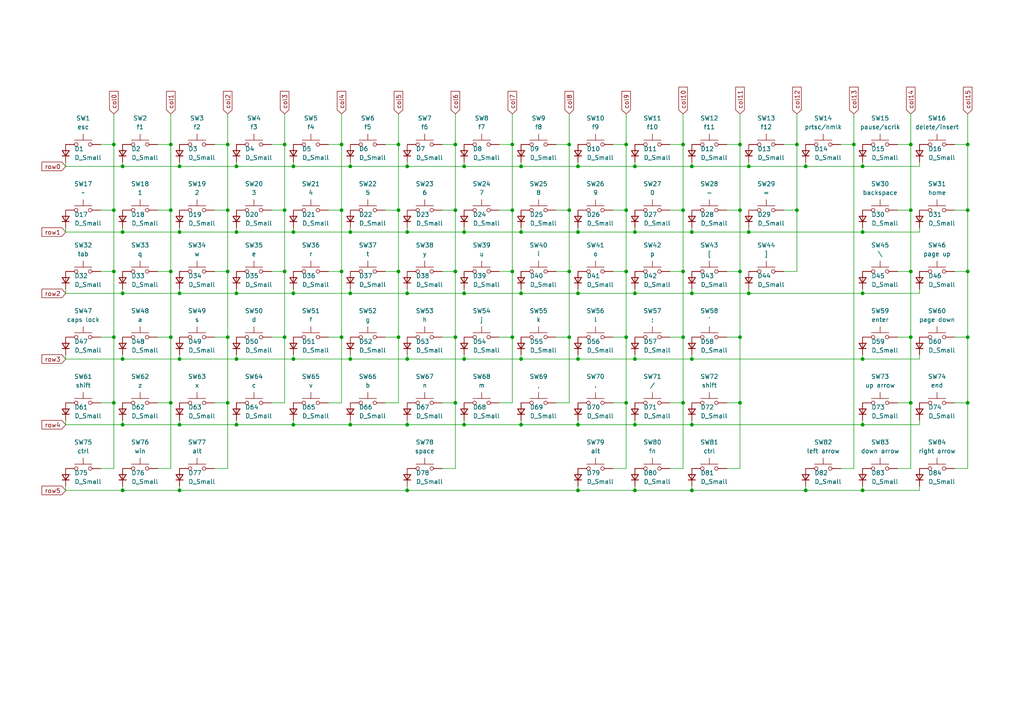
<source format=kicad_sch>
(kicad_sch (version 20250114) (generator "eeschema") (generator_version "9.0")
  (paper "A4")
  (junction (at 148.59 78.74))
  (junction (at 181.61 78.74))
  (junction (at 118.11 48.26))
  (junction (at 217.17 85.09))
  (junction (at 280.67 116.84))
  (junction (at 66.04 78.74))
  (junction (at 49.53 97.79))
  (junction (at 85.09 123.19))
  (junction (at 167.64 67.31))
  (junction (at 115.57 41.91))
  (junction (at 134.62 48.26))
  (junction (at 35.56 123.19))
  (junction (at 250.19 104.14))
  (junction (at 214.63 116.84))
  (junction (at 68.58 85.09))
  (junction (at 151.13 67.31))
  (junction (at 33.02 60.96))
  (junction (at 35.56 48.26))
  (junction (at 181.61 116.84))
  (junction (at 184.15 67.31))
  (junction (at 68.58 67.31))
  (junction (at 200.66 142.24))
  (junction (at 132.08 60.96))
  (junction (at 247.65 41.91))
  (junction (at 151.13 104.14))
  (junction (at 134.62 85.09))
  (junction (at 49.53 41.91))
  (junction (at 250.19 142.24))
  (junction (at 52.07 67.31))
  (junction (at 33.02 41.91))
  (junction (at 118.11 104.14))
  (junction (at 264.16 116.84))
  (junction (at 134.62 67.31))
  (junction (at 101.6 67.31))
  (junction (at 184.15 104.14))
  (junction (at 132.08 78.74))
  (junction (at 200.66 85.09))
  (junction (at 280.67 41.91))
  (junction (at 132.08 41.91))
  (junction (at 82.55 41.91))
  (junction (at 200.66 48.26))
  (junction (at 167.64 142.24))
  (junction (at 66.04 60.96))
  (junction (at 118.11 67.31))
  (junction (at 148.59 41.91))
  (junction (at 118.11 85.09))
  (junction (at 101.6 48.26))
  (junction (at 101.6 104.14))
  (junction (at 264.16 60.96))
  (junction (at 214.63 97.79))
  (junction (at 115.57 78.74))
  (junction (at 148.59 60.96))
  (junction (at 198.12 116.84))
  (junction (at 134.62 104.14))
  (junction (at 165.1 78.74))
  (junction (at 214.63 78.74))
  (junction (at 35.56 67.31))
  (junction (at 85.09 104.14))
  (junction (at 49.53 78.74))
  (junction (at 68.58 104.14))
  (junction (at 148.59 97.79))
  (junction (at 200.66 123.19))
  (junction (at 165.1 41.91))
  (junction (at 250.19 48.26))
  (junction (at 200.66 67.31))
  (junction (at 66.04 41.91))
  (junction (at 52.07 85.09))
  (junction (at 250.19 67.31))
  (junction (at 280.67 60.96))
  (junction (at 151.13 48.26))
  (junction (at 280.67 97.79))
  (junction (at 99.06 60.96))
  (junction (at 82.55 97.79))
  (junction (at 132.08 97.79))
  (junction (at 68.58 48.26))
  (junction (at 52.07 48.26))
  (junction (at 101.6 123.19))
  (junction (at 115.57 97.79))
  (junction (at 264.16 41.91))
  (junction (at 167.64 48.26))
  (junction (at 35.56 104.14))
  (junction (at 184.15 85.09))
  (junction (at 33.02 97.79))
  (junction (at 250.19 85.09))
  (junction (at 151.13 85.09))
  (junction (at 198.12 41.91))
  (junction (at 167.64 104.14))
  (junction (at 181.61 60.96))
  (junction (at 99.06 97.79))
  (junction (at 280.67 78.74))
  (junction (at 214.63 60.96))
  (junction (at 250.19 123.19))
  (junction (at 167.64 123.19))
  (junction (at 200.66 104.14))
  (junction (at 184.15 123.19))
  (junction (at 49.53 116.84))
  (junction (at 181.61 41.91))
  (junction (at 181.61 97.79))
  (junction (at 198.12 60.96))
  (junction (at 33.02 116.84))
  (junction (at 118.11 142.24))
  (junction (at 231.14 41.91))
  (junction (at 184.15 48.26))
  (junction (at 52.07 104.14))
  (junction (at 66.04 97.79))
  (junction (at 165.1 60.96))
  (junction (at 82.55 60.96))
  (junction (at 101.6 85.09))
  (junction (at 66.04 116.84))
  (junction (at 132.08 116.84))
  (junction (at 99.06 41.91))
  (junction (at 214.63 41.91))
  (junction (at 198.12 97.79))
  (junction (at 167.64 85.09))
  (junction (at 99.06 78.74))
  (junction (at 85.09 48.26))
  (junction (at 85.09 85.09))
  (junction (at 85.09 67.31))
  (junction (at 49.53 60.96))
  (junction (at 184.15 142.24))
  (junction (at 233.68 48.26))
  (junction (at 134.62 123.19))
  (junction (at 35.56 85.09))
  (junction (at 264.16 78.74))
  (junction (at 165.1 97.79))
  (junction (at 217.17 67.31))
  (junction (at 68.58 123.19))
  (junction (at 217.17 48.26))
  (junction (at 233.68 142.24))
  (junction (at 198.12 78.74))
  (junction (at 33.02 78.74))
  (junction (at 231.14 60.96))
  (junction (at 52.07 123.19))
  (junction (at 35.56 142.24))
  (junction (at 151.13 123.19))
  (junction (at 115.57 60.96))
  (junction (at 264.16 97.79))
  (junction (at 118.11 123.19))
  (junction (at 52.07 142.24))
  (junction (at 82.55 78.74))
  (wire (pts (xy 231.14 60.96) (xy 231.14 78.74)))
  (wire (pts (xy 134.62 66.04) (xy 134.62 67.31)))
  (wire (pts (xy 95.25 78.74) (xy 99.06 78.74)))
  (wire (pts (xy 247.65 33.02) (xy 247.65 41.91)))
  (wire (pts (xy 214.63 97.79) (xy 214.63 116.84)))
  (wire (pts (xy 227.33 78.74) (xy 231.14 78.74)))
  (wire (pts (xy 101.6 123.19) (xy 118.11 123.19)))
  (wire (pts (xy 29.21 97.79) (xy 33.02 97.79)))
  (wire (pts (xy 167.64 123.19) (xy 184.15 123.19)))
  (wire (pts (xy 184.15 48.26) (xy 200.66 48.26)))
  (wire (pts (xy 115.57 41.91) (xy 115.57 60.96)))
  (wire (pts (xy 118.11 46.99) (xy 118.11 48.26)))
  (wire (pts (xy 118.11 67.31) (xy 134.62 67.31)))
  (wire (pts (xy 101.6 102.87) (xy 101.6 104.14)))
  (wire (pts (xy 148.59 33.02) (xy 148.59 41.91)))
  (wire (pts (xy 62.23 97.79) (xy 66.04 97.79)))
  (wire (pts (xy 68.58 66.04) (xy 68.58 67.31)))
  (wire (pts (xy 128.27 116.84) (xy 132.08 116.84)))
  (wire (pts (xy 132.08 116.84) (xy 132.08 135.89)))
  (wire (pts (xy 167.64 140.97) (xy 167.64 142.24)))
  (wire (pts (xy 217.17 46.99) (xy 217.17 48.26)))
  (wire (pts (xy 118.11 140.97) (xy 118.11 142.24)))
  (wire (pts (xy 177.8 135.89) (xy 181.61 135.89)))
  (wire (pts (xy 194.31 135.89) (xy 198.12 135.89)))
  (wire (pts (xy 35.56 142.24) (xy 52.07 142.24)))
  (wire (pts (xy 78.74 41.91) (xy 82.55 41.91)))
  (wire (pts (xy 19.05 102.87) (xy 19.05 104.14)))
  (wire (pts (xy 52.07 66.04) (xy 52.07 67.31)))
  (wire (pts (xy 35.56 104.14) (xy 52.07 104.14)))
  (wire (pts (xy 62.23 135.89) (xy 66.04 135.89)))
  (wire (pts (xy 19.05 142.24) (xy 35.56 142.24)))
  (wire (pts (xy 231.14 33.02) (xy 231.14 41.91)))
  (wire (pts (xy 250.19 48.26) (xy 266.7 48.26)))
  (wire (pts (xy 200.66 142.24) (xy 233.68 142.24)))
  (wire (pts (xy 214.63 41.91) (xy 214.63 60.96)))
  (wire (pts (xy 266.7 83.82) (xy 266.7 85.09)))
  (wire (pts (xy 250.19 46.99) (xy 250.19 48.26)))
  (wire (pts (xy 250.19 66.04) (xy 250.19 67.31)))
  (wire (pts (xy 85.09 121.92) (xy 85.09 123.19)))
  (wire (pts (xy 101.6 67.31) (xy 118.11 67.31)))
  (wire (pts (xy 250.19 140.97) (xy 250.19 142.24)))
  (wire (pts (xy 134.62 48.26) (xy 151.13 48.26)))
  (wire (pts (xy 118.11 48.26) (xy 134.62 48.26)))
  (wire (pts (xy 132.08 60.96) (xy 132.08 78.74)))
  (wire (pts (xy 184.15 83.82) (xy 184.15 85.09)))
  (wire (pts (xy 250.19 121.92) (xy 250.19 123.19)))
  (wire (pts (xy 200.66 104.14) (xy 250.19 104.14)))
  (wire (pts (xy 99.06 78.74) (xy 99.06 97.79)))
  (wire (pts (xy 29.21 41.91) (xy 33.02 41.91)))
  (wire (pts (xy 167.64 46.99) (xy 167.64 48.26)))
  (wire (pts (xy 49.53 60.96) (xy 49.53 78.74)))
  (wire (pts (xy 177.8 60.96) (xy 181.61 60.96)))
  (wire (pts (xy 167.64 66.04) (xy 167.64 67.31)))
  (wire (pts (xy 148.59 78.74) (xy 148.59 97.79)))
  (wire (pts (xy 68.58 102.87) (xy 68.58 104.14)))
  (wire (pts (xy 200.66 66.04) (xy 200.66 67.31)))
  (wire (pts (xy 128.27 97.79) (xy 132.08 97.79)))
  (wire (pts (xy 128.27 41.91) (xy 132.08 41.91)))
  (wire (pts (xy 101.6 121.92) (xy 101.6 123.19)))
  (wire (pts (xy 177.8 41.91) (xy 181.61 41.91)))
  (wire (pts (xy 115.57 33.02) (xy 115.57 41.91)))
  (wire (pts (xy 52.07 83.82) (xy 52.07 85.09)))
  (wire (pts (xy 78.74 97.79) (xy 82.55 97.79)))
  (wire (pts (xy 214.63 78.74) (xy 214.63 97.79)))
  (wire (pts (xy 200.66 140.97) (xy 200.66 142.24)))
  (wire (pts (xy 167.64 48.26) (xy 184.15 48.26)))
  (wire (pts (xy 118.11 66.04) (xy 118.11 67.31)))
  (wire (pts (xy 184.15 123.19) (xy 200.66 123.19)))
  (wire (pts (xy 181.61 41.91) (xy 181.61 60.96)))
  (wire (pts (xy 167.64 102.87) (xy 167.64 104.14)))
  (wire (pts (xy 266.7 121.92) (xy 266.7 123.19)))
  (wire (pts (xy 260.35 135.89) (xy 264.16 135.89)))
  (wire (pts (xy 52.07 85.09) (xy 68.58 85.09)))
  (wire (pts (xy 66.04 97.79) (xy 66.04 116.84)))
  (wire (pts (xy 52.07 142.24) (xy 118.11 142.24)))
  (wire (pts (xy 276.86 135.89) (xy 280.67 135.89)))
  (wire (pts (xy 144.78 97.79) (xy 148.59 97.79)))
  (wire (pts (xy 184.15 140.97) (xy 184.15 142.24)))
  (wire (pts (xy 19.05 85.09) (xy 35.56 85.09)))
  (wire (pts (xy 165.1 41.91) (xy 165.1 60.96)))
  (wire (pts (xy 35.56 121.92) (xy 35.56 123.19)))
  (wire (pts (xy 184.15 121.92) (xy 184.15 123.19)))
  (wire (pts (xy 250.19 123.19) (xy 266.7 123.19)))
  (wire (pts (xy 118.11 123.19) (xy 134.62 123.19)))
  (wire (pts (xy 276.86 60.96) (xy 280.67 60.96)))
  (wire (pts (xy 85.09 123.19) (xy 101.6 123.19)))
  (wire (pts (xy 280.67 60.96) (xy 280.67 78.74)))
  (wire (pts (xy 19.05 123.19) (xy 35.56 123.19)))
  (wire (pts (xy 167.64 85.09) (xy 184.15 85.09)))
  (wire (pts (xy 85.09 66.04) (xy 85.09 67.31)))
  (wire (pts (xy 194.31 97.79) (xy 198.12 97.79)))
  (wire (pts (xy 194.31 78.74) (xy 198.12 78.74)))
  (wire (pts (xy 243.84 135.89) (xy 247.65 135.89)))
  (wire (pts (xy 184.15 85.09) (xy 200.66 85.09)))
  (wire (pts (xy 200.66 102.87) (xy 200.66 104.14)))
  (wire (pts (xy 62.23 41.91) (xy 66.04 41.91)))
  (wire (pts (xy 161.29 78.74) (xy 165.1 78.74)))
  (wire (pts (xy 132.08 78.74) (xy 132.08 97.79)))
  (wire (pts (xy 200.66 46.99) (xy 200.66 48.26)))
  (wire (pts (xy 62.23 78.74) (xy 66.04 78.74)))
  (wire (pts (xy 227.33 41.91) (xy 231.14 41.91)))
  (wire (pts (xy 151.13 48.26) (xy 167.64 48.26)))
  (wire (pts (xy 233.68 142.24) (xy 250.19 142.24)))
  (wire (pts (xy 200.66 67.31) (xy 217.17 67.31)))
  (wire (pts (xy 29.21 116.84) (xy 33.02 116.84)))
  (wire (pts (xy 260.35 60.96) (xy 264.16 60.96)))
  (wire (pts (xy 95.25 60.96) (xy 99.06 60.96)))
  (wire (pts (xy 19.05 83.82) (xy 19.05 85.09)))
  (wire (pts (xy 167.64 121.92) (xy 167.64 123.19)))
  (wire (pts (xy 144.78 60.96) (xy 148.59 60.96)))
  (wire (pts (xy 85.09 46.99) (xy 85.09 48.26)))
  (wire (pts (xy 250.19 104.14) (xy 266.7 104.14)))
  (wire (pts (xy 198.12 33.02) (xy 198.12 41.91)))
  (wire (pts (xy 52.07 102.87) (xy 52.07 104.14)))
  (wire (pts (xy 198.12 78.74) (xy 198.12 97.79)))
  (wire (pts (xy 214.63 33.02) (xy 214.63 41.91)))
  (wire (pts (xy 210.82 116.84) (xy 214.63 116.84)))
  (wire (pts (xy 151.13 66.04) (xy 151.13 67.31)))
  (wire (pts (xy 260.35 116.84) (xy 264.16 116.84)))
  (wire (pts (xy 118.11 142.24) (xy 167.64 142.24)))
  (wire (pts (xy 128.27 78.74) (xy 132.08 78.74)))
  (wire (pts (xy 161.29 116.84) (xy 165.1 116.84)))
  (wire (pts (xy 132.08 41.91) (xy 132.08 60.96)))
  (wire (pts (xy 276.86 41.91) (xy 280.67 41.91)))
  (wire (pts (xy 151.13 83.82) (xy 151.13 85.09)))
  (wire (pts (xy 165.1 97.79) (xy 165.1 116.84)))
  (wire (pts (xy 52.07 46.99) (xy 52.07 48.26)))
  (wire (pts (xy 210.82 78.74) (xy 214.63 78.74)))
  (wire (pts (xy 118.11 83.82) (xy 118.11 85.09)))
  (wire (pts (xy 19.05 66.04) (xy 19.05 67.31)))
  (wire (pts (xy 250.19 102.87) (xy 250.19 104.14)))
  (wire (pts (xy 233.68 46.99) (xy 233.68 48.26)))
  (wire (pts (xy 233.68 140.97) (xy 233.68 142.24)))
  (wire (pts (xy 35.56 123.19) (xy 52.07 123.19)))
  (wire (pts (xy 266.7 46.99) (xy 266.7 48.26)))
  (wire (pts (xy 210.82 97.79) (xy 214.63 97.79)))
  (wire (pts (xy 200.66 48.26) (xy 217.17 48.26)))
  (wire (pts (xy 276.86 97.79) (xy 280.67 97.79)))
  (wire (pts (xy 35.56 48.26) (xy 52.07 48.26)))
  (wire (pts (xy 115.57 78.74) (xy 115.57 97.79)))
  (wire (pts (xy 134.62 123.19) (xy 151.13 123.19)))
  (wire (pts (xy 247.65 41.91) (xy 247.65 135.89)))
  (wire (pts (xy 49.53 33.02) (xy 49.53 41.91)))
  (wire (pts (xy 52.07 48.26) (xy 68.58 48.26)))
  (wire (pts (xy 148.59 41.91) (xy 148.59 60.96)))
  (wire (pts (xy 118.11 85.09) (xy 134.62 85.09)))
  (wire (pts (xy 49.53 97.79) (xy 49.53 116.84)))
  (wire (pts (xy 101.6 104.14) (xy 118.11 104.14)))
  (wire (pts (xy 210.82 41.91) (xy 214.63 41.91)))
  (wire (pts (xy 280.67 33.02) (xy 280.67 41.91)))
  (wire (pts (xy 227.33 60.96) (xy 231.14 60.96)))
  (wire (pts (xy 217.17 83.82) (xy 217.17 85.09)))
  (wire (pts (xy 33.02 60.96) (xy 33.02 78.74)))
  (wire (pts (xy 217.17 67.31) (xy 250.19 67.31)))
  (wire (pts (xy 85.09 102.87) (xy 85.09 104.14)))
  (wire (pts (xy 194.31 41.91) (xy 198.12 41.91)))
  (wire (pts (xy 167.64 83.82) (xy 167.64 85.09)))
  (wire (pts (xy 181.61 116.84) (xy 181.61 135.89)))
  (wire (pts (xy 151.13 104.14) (xy 167.64 104.14)))
  (wire (pts (xy 66.04 78.74) (xy 66.04 97.79)))
  (wire (pts (xy 49.53 41.91) (xy 49.53 60.96)))
  (wire (pts (xy 250.19 83.82) (xy 250.19 85.09)))
  (wire (pts (xy 35.56 102.87) (xy 35.56 104.14)))
  (wire (pts (xy 151.13 123.19) (xy 167.64 123.19)))
  (wire (pts (xy 161.29 60.96) (xy 165.1 60.96)))
  (wire (pts (xy 177.8 116.84) (xy 181.61 116.84)))
  (wire (pts (xy 177.8 97.79) (xy 181.61 97.79)))
  (wire (pts (xy 134.62 104.14) (xy 151.13 104.14)))
  (wire (pts (xy 214.63 116.84) (xy 214.63 135.89)))
  (wire (pts (xy 78.74 60.96) (xy 82.55 60.96)))
  (wire (pts (xy 82.55 60.96) (xy 82.55 78.74)))
  (wire (pts (xy 19.05 104.14) (xy 35.56 104.14)))
  (wire (pts (xy 134.62 67.31) (xy 151.13 67.31)))
  (wire (pts (xy 35.56 140.97) (xy 35.56 142.24)))
  (wire (pts (xy 210.82 60.96) (xy 214.63 60.96)))
  (wire (pts (xy 165.1 78.74) (xy 165.1 97.79)))
  (wire (pts (xy 33.02 97.79) (xy 33.02 116.84)))
  (wire (pts (xy 19.05 67.31) (xy 35.56 67.31)))
  (wire (pts (xy 200.66 83.82) (xy 200.66 85.09)))
  (wire (pts (xy 210.82 135.89) (xy 214.63 135.89)))
  (wire (pts (xy 101.6 83.82) (xy 101.6 85.09)))
  (wire (pts (xy 29.21 60.96) (xy 33.02 60.96)))
  (wire (pts (xy 68.58 121.92) (xy 68.58 123.19)))
  (wire (pts (xy 45.72 78.74) (xy 49.53 78.74)))
  (wire (pts (xy 99.06 97.79) (xy 99.06 116.84)))
  (wire (pts (xy 35.56 66.04) (xy 35.56 67.31)))
  (wire (pts (xy 35.56 46.99) (xy 35.56 48.26)))
  (wire (pts (xy 52.07 121.92) (xy 52.07 123.19)))
  (wire (pts (xy 99.06 60.96) (xy 99.06 78.74)))
  (wire (pts (xy 101.6 85.09) (xy 118.11 85.09)))
  (wire (pts (xy 167.64 104.14) (xy 184.15 104.14)))
  (wire (pts (xy 264.16 97.79) (xy 264.16 116.84)))
  (wire (pts (xy 184.15 142.24) (xy 200.66 142.24)))
  (wire (pts (xy 250.19 85.09) (xy 266.7 85.09)))
  (wire (pts (xy 260.35 78.74) (xy 264.16 78.74)))
  (wire (pts (xy 33.02 41.91) (xy 33.02 60.96)))
  (wire (pts (xy 49.53 116.84) (xy 49.53 135.89)))
  (wire (pts (xy 134.62 83.82) (xy 134.62 85.09)))
  (wire (pts (xy 151.13 67.31) (xy 167.64 67.31)))
  (wire (pts (xy 184.15 102.87) (xy 184.15 104.14)))
  (wire (pts (xy 266.7 66.04) (xy 266.7 67.31)))
  (wire (pts (xy 68.58 104.14) (xy 85.09 104.14)))
  (wire (pts (xy 82.55 41.91) (xy 82.55 60.96)))
  (wire (pts (xy 280.67 41.91) (xy 280.67 60.96)))
  (wire (pts (xy 78.74 116.84) (xy 82.55 116.84)))
  (wire (pts (xy 45.72 60.96) (xy 49.53 60.96)))
  (wire (pts (xy 198.12 41.91) (xy 198.12 60.96)))
  (wire (pts (xy 134.62 46.99) (xy 134.62 48.26)))
  (wire (pts (xy 99.06 41.91) (xy 99.06 60.96)))
  (wire (pts (xy 19.05 46.99) (xy 19.05 48.26)))
  (wire (pts (xy 35.56 83.82) (xy 35.56 85.09)))
  (wire (pts (xy 45.72 41.91) (xy 49.53 41.91)))
  (wire (pts (xy 82.55 78.74) (xy 82.55 97.79)))
  (wire (pts (xy 144.78 41.91) (xy 148.59 41.91)))
  (wire (pts (xy 184.15 66.04) (xy 184.15 67.31)))
  (wire (pts (xy 85.09 67.31) (xy 101.6 67.31)))
  (wire (pts (xy 45.72 97.79) (xy 49.53 97.79)))
  (wire (pts (xy 111.76 116.84) (xy 115.57 116.84)))
  (wire (pts (xy 266.7 140.97) (xy 266.7 142.24)))
  (wire (pts (xy 148.59 97.79) (xy 148.59 116.84)))
  (wire (pts (xy 184.15 46.99) (xy 184.15 48.26)))
  (wire (pts (xy 35.56 85.09) (xy 52.07 85.09)))
  (wire (pts (xy 151.13 46.99) (xy 151.13 48.26)))
  (wire (pts (xy 95.25 97.79) (xy 99.06 97.79)))
  (wire (pts (xy 62.23 60.96) (xy 66.04 60.96)))
  (wire (pts (xy 165.1 60.96) (xy 165.1 78.74)))
  (wire (pts (xy 151.13 102.87) (xy 151.13 104.14)))
  (wire (pts (xy 266.7 102.87) (xy 266.7 104.14)))
  (wire (pts (xy 68.58 48.26) (xy 85.09 48.26)))
  (wire (pts (xy 181.61 97.79) (xy 181.61 116.84)))
  (wire (pts (xy 184.15 104.14) (xy 200.66 104.14)))
  (wire (pts (xy 134.62 85.09) (xy 151.13 85.09)))
  (wire (pts (xy 198.12 97.79) (xy 198.12 116.84)))
  (wire (pts (xy 33.02 116.84) (xy 33.02 135.89)))
  (wire (pts (xy 33.02 78.74) (xy 33.02 97.79)))
  (wire (pts (xy 85.09 104.14) (xy 101.6 104.14)))
  (wire (pts (xy 214.63 60.96) (xy 214.63 78.74)))
  (wire (pts (xy 250.19 67.31) (xy 266.7 67.31)))
  (wire (pts (xy 260.35 97.79) (xy 264.16 97.79)))
  (wire (pts (xy 85.09 85.09) (xy 101.6 85.09)))
  (wire (pts (xy 276.86 116.84) (xy 280.67 116.84)))
  (wire (pts (xy 62.23 116.84) (xy 66.04 116.84)))
  (wire (pts (xy 233.68 48.26) (xy 250.19 48.26)))
  (wire (pts (xy 217.17 66.04) (xy 217.17 67.31)))
  (wire (pts (xy 66.04 41.91) (xy 66.04 60.96)))
  (wire (pts (xy 111.76 41.91) (xy 115.57 41.91)))
  (wire (pts (xy 128.27 135.89) (xy 132.08 135.89)))
  (wire (pts (xy 52.07 140.97) (xy 52.07 142.24)))
  (wire (pts (xy 111.76 60.96) (xy 115.57 60.96)))
  (wire (pts (xy 264.16 33.02) (xy 264.16 41.91)))
  (wire (pts (xy 118.11 104.14) (xy 134.62 104.14)))
  (wire (pts (xy 264.16 78.74) (xy 264.16 97.79)))
  (wire (pts (xy 19.05 48.26) (xy 35.56 48.26)))
  (wire (pts (xy 200.66 123.19) (xy 250.19 123.19)))
  (wire (pts (xy 144.78 78.74) (xy 148.59 78.74)))
  (wire (pts (xy 200.66 121.92) (xy 200.66 123.19)))
  (wire (pts (xy 280.67 116.84) (xy 280.67 135.89)))
  (wire (pts (xy 66.04 60.96) (xy 66.04 78.74)))
  (wire (pts (xy 101.6 48.26) (xy 118.11 48.26)))
  (wire (pts (xy 200.66 85.09) (xy 217.17 85.09)))
  (wire (pts (xy 144.78 116.84) (xy 148.59 116.84)))
  (wire (pts (xy 95.25 41.91) (xy 99.06 41.91)))
  (wire (pts (xy 52.07 104.14) (xy 68.58 104.14)))
  (wire (pts (xy 151.13 121.92) (xy 151.13 123.19)))
  (wire (pts (xy 35.56 67.31) (xy 52.07 67.31)))
  (wire (pts (xy 264.16 60.96) (xy 264.16 78.74)))
  (wire (pts (xy 19.05 140.97) (xy 19.05 142.24)))
  (wire (pts (xy 181.61 60.96) (xy 181.61 78.74)))
  (wire (pts (xy 217.17 48.26) (xy 233.68 48.26)))
  (wire (pts (xy 52.07 67.31) (xy 68.58 67.31)))
  (wire (pts (xy 115.57 97.79) (xy 115.57 116.84)))
  (wire (pts (xy 111.76 97.79) (xy 115.57 97.79)))
  (wire (pts (xy 66.04 116.84) (xy 66.04 135.89)))
  (wire (pts (xy 68.58 85.09) (xy 85.09 85.09)))
  (wire (pts (xy 78.74 78.74) (xy 82.55 78.74)))
  (wire (pts (xy 181.61 78.74) (xy 181.61 97.79)))
  (wire (pts (xy 111.76 78.74) (xy 115.57 78.74)))
  (wire (pts (xy 68.58 46.99) (xy 68.58 48.26)))
  (wire (pts (xy 198.12 60.96) (xy 198.12 78.74)))
  (wire (pts (xy 68.58 83.82) (xy 68.58 85.09)))
  (wire (pts (xy 45.72 116.84) (xy 49.53 116.84)))
  (wire (pts (xy 101.6 66.04) (xy 101.6 67.31)))
  (wire (pts (xy 68.58 123.19) (xy 85.09 123.19)))
  (wire (pts (xy 132.08 33.02) (xy 132.08 41.91)))
  (wire (pts (xy 85.09 83.82) (xy 85.09 85.09)))
  (wire (pts (xy 276.86 78.74) (xy 280.67 78.74)))
  (wire (pts (xy 217.17 85.09) (xy 250.19 85.09)))
  (wire (pts (xy 231.14 41.91) (xy 231.14 60.96)))
  (wire (pts (xy 99.06 33.02) (xy 99.06 41.91)))
  (wire (pts (xy 194.31 60.96) (xy 198.12 60.96)))
  (wire (pts (xy 118.11 121.92) (xy 118.11 123.19)))
  (wire (pts (xy 52.07 123.19) (xy 68.58 123.19)))
  (wire (pts (xy 101.6 46.99) (xy 101.6 48.26)))
  (wire (pts (xy 165.1 33.02) (xy 165.1 41.91)))
  (wire (pts (xy 95.25 116.84) (xy 99.06 116.84)))
  (wire (pts (xy 132.08 97.79) (xy 132.08 116.84)))
  (wire (pts (xy 177.8 78.74) (xy 181.61 78.74)))
  (wire (pts (xy 118.11 102.87) (xy 118.11 104.14)))
  (wire (pts (xy 243.84 41.91) (xy 247.65 41.91)))
  (wire (pts (xy 198.12 116.84) (xy 198.12 135.89)))
  (wire (pts (xy 167.64 142.24) (xy 184.15 142.24)))
  (wire (pts (xy 82.55 97.79) (xy 82.55 116.84)))
  (wire (pts (xy 19.05 121.92) (xy 19.05 123.19)))
  (wire (pts (xy 161.29 97.79) (xy 165.1 97.79)))
  (wire (pts (xy 29.21 135.89) (xy 33.02 135.89)))
  (wire (pts (xy 148.59 60.96) (xy 148.59 78.74)))
  (wire (pts (xy 280.67 78.74) (xy 280.67 97.79)))
  (wire (pts (xy 181.61 33.02) (xy 181.61 41.91)))
  (wire (pts (xy 49.53 78.74) (xy 49.53 97.79)))
  (wire (pts (xy 260.35 41.91) (xy 264.16 41.91)))
  (wire (pts (xy 264.16 116.84) (xy 264.16 135.89)))
  (wire (pts (xy 66.04 33.02) (xy 66.04 41.91)))
  (wire (pts (xy 33.02 33.02) (xy 33.02 41.91)))
  (wire (pts (xy 280.67 97.79) (xy 280.67 116.84)))
  (wire (pts (xy 115.57 60.96) (xy 115.57 78.74)))
  (wire (pts (xy 250.19 142.24) (xy 266.7 142.24)))
  (wire (pts (xy 161.29 41.91) (xy 165.1 41.91)))
  (wire (pts (xy 128.27 60.96) (xy 132.08 60.96)))
  (wire (pts (xy 134.62 121.92) (xy 134.62 123.19)))
  (wire (pts (xy 264.16 41.91) (xy 264.16 60.96)))
  (wire (pts (xy 82.55 33.02) (xy 82.55 41.91)))
  (wire (pts (xy 85.09 48.26) (xy 101.6 48.26)))
  (wire (pts (xy 167.64 67.31) (xy 184.15 67.31)))
  (wire (pts (xy 194.31 116.84) (xy 198.12 116.84)))
  (wire (pts (xy 151.13 85.09) (xy 167.64 85.09)))
  (wire (pts (xy 45.72 135.89) (xy 49.53 135.89)))
  (wire (pts (xy 29.21 78.74) (xy 33.02 78.74)))
  (wire (pts (xy 68.58 67.31) (xy 85.09 67.31)))
  (wire (pts (xy 134.62 102.87) (xy 134.62 104.14)))
  (wire (pts (xy 184.15 67.31) (xy 200.66 67.31)))
  (global_label "row5" (shape input) (at 19.05 142.24 180) (property "Intersheetrefs" "${INTERSHEET_REFS}" (effects (hide yes))))
  (global_label "col6" (shape input) (at 132.08 33.02 90) (property "Intersheetrefs" "${INTERSHEET_REFS}" (effects (hide yes))))
  (global_label "row0" (shape input) (at 19.05 48.26 180) (property "Intersheetrefs" "${INTERSHEET_REFS}" (effects (hide yes))))
  (global_label "col10" (shape input) (at 198.12 33.02 90) (property "Intersheetrefs" "${INTERSHEET_REFS}" (effects (hide yes))))
  (global_label "col8" (shape input) (at 165.1 33.02 90) (property "Intersheetrefs" "${INTERSHEET_REFS}" (effects (hide yes))))
  (global_label "row4" (shape input) (at 19.05 123.19 180) (property "Intersheetrefs" "${INTERSHEET_REFS}" (effects (hide yes))))
  (global_label "col1" (shape input) (at 49.53 33.02 90) (property "Intersheetrefs" "${INTERSHEET_REFS}" (effects (hide yes))))
  (global_label "col3" (shape input) (at 82.55 33.02 90) (property "Intersheetrefs" "${INTERSHEET_REFS}" (effects (hide yes))))
  (global_label "col2" (shape input) (at 66.04 33.02 90) (property "Intersheetrefs" "${INTERSHEET_REFS}" (effects (hide yes))))
  (global_label "col0" (shape input) (at 33.02 33.02 90) (property "Intersheetrefs" "${INTERSHEET_REFS}" (effects (hide yes))))
  (global_label "col7" (shape input) (at 148.59 33.02 90) (property "Intersheetrefs" "${INTERSHEET_REFS}" (effects (hide yes))))
  (global_label "col4" (shape input) (at 99.06 33.02 90) (property "Intersheetrefs" "${INTERSHEET_REFS}" (effects (hide yes))))
  (global_label "col14" (shape input) (at 264.16 33.02 90) (property "Intersheetrefs" "${INTERSHEET_REFS}" (effects (hide yes))))
  (global_label "col13" (shape input) (at 247.65 33.02 90) (property "Intersheetrefs" "${INTERSHEET_REFS}" (effects (hide yes))))
  (global_label "col5" (shape input) (at 115.57 33.02 90) (property "Intersheetrefs" "${INTERSHEET_REFS}" (effects (hide yes))))
  (global_label "row2" (shape input) (at 19.05 85.09 180) (property "Intersheetrefs" "${INTERSHEET_REFS}" (effects (hide yes))))
  (global_label "col11" (shape input) (at 214.63 33.02 90) (property "Intersheetrefs" "${INTERSHEET_REFS}" (effects (hide yes))))
  (global_label "row3" (shape input) (at 19.05 104.14 180) (property "Intersheetrefs" "${INTERSHEET_REFS}" (effects (hide yes))))
  (global_label "col15" (shape input) (at 280.67 33.02 90) (property "Intersheetrefs" "${INTERSHEET_REFS}" (effects (hide yes))))
  (global_label "row1" (shape input) (at 19.05 67.31 180) (property "Intersheetrefs" "${INTERSHEET_REFS}" (effects (hide yes))))
  (global_label "col12" (shape input) (at 231.14 33.02 90) (property "Intersheetrefs" "${INTERSHEET_REFS}" (effects (hide yes))))
  (global_label "col9" (shape input) (at 181.61 33.02 90) (property "Intersheetrefs" "${INTERSHEET_REFS}" (effects (hide yes))))
  (symbol (lib_id "Switch:SW_Push") (at 57.15 41.91 0) (unit 1)
    (property "Reference" "SW3" (at 57.15 34.29 0))
    (property "Value" "f2" (at 57.15 36.83 0))
    (property "Footprint" "MX_Only:MXOnly-1U" (effects (hide yes)))
    (property "Description" "Push button switch, generic, two pins" (effects (hide yes)))
  )
  (symbol (lib_id "Switch:SW_Push") (at 57.15 78.74 0) (unit 1)
    (property "Reference" "SW34" (at 57.15 71.12 0))
    (property "Value" "w" (at 57.15 73.66 0))
    (property "Footprint" "MX_Only:MXOnly-1U" (effects (hide yes)))
    (property "Description" "Push button switch, generic, two pins" (effects (hide yes)))
  )
  (symbol (lib_id "Device:D_Small") (at 35.56 44.45 90) (unit 1)
    (property "Reference" "D2" (at 38.1 43.1799 90) (effects (justify right)))
    (property "Value" "D_Small" (at 38.1 45.7199 90) (effects (justify right)))
    (property "Footprint" "Diode_SMD:D_SOD-123" (effects (hide yes)))
    (property "Description" "Diode, small symbol" (effects (hide yes)))
    (property "Sim.Device" "D" (effects (hide yes)))
    (property "Sim.Pins" "1=K 2=A" (effects (hide yes)))
  )
  (symbol (lib_id "Switch:SW_Push") (at 106.68 116.84 0) (unit 1)
    (property "Reference" "SW66" (at 106.68 109.22 0))
    (property "Value" "b" (at 106.68 111.76 0))
    (property "Footprint" "MX_Only:MXOnly-1U" (effects (hide yes)))
    (property "Description" "Push button switch, generic, two pins" (effects (hide yes)))
  )
  (symbol (lib_id "Switch:SW_Push") (at 73.66 60.96 0) (unit 1)
    (property "Reference" "SW20" (at 73.66 53.34 0))
    (property "Value" "3" (at 73.66 55.88 0))
    (property "Footprint" "MX_Only:MXOnly-1U" (effects (hide yes)))
    (property "Description" "Push button switch, generic, two pins" (effects (hide yes)))
  )
  (symbol (lib_id "Switch:SW_Push") (at 156.21 97.79 0) (unit 1)
    (property "Reference" "SW55" (at 156.21 90.17 0))
    (property "Value" "k" (at 156.21 92.71 0))
    (property "Footprint" "MX_Only:MXOnly-1U" (effects (hide yes)))
    (property "Description" "Push button switch, generic, two pins" (effects (hide yes)))
  )
  (symbol (lib_id "Device:D_Small") (at 118.11 100.33 90) (unit 1)
    (property "Reference" "D53" (at 120.65 99.0599 90) (effects (justify right)))
    (property "Value" "D_Small" (at 120.65 101.5999 90) (effects (justify right)))
    (property "Footprint" "Diode_SMD:D_SOD-123" (effects (hide yes)))
    (property "Description" "Diode, small symbol" (effects (hide yes)))
    (property "Sim.Device" "D" (effects (hide yes)))
    (property "Sim.Pins" "1=K 2=A" (effects (hide yes)))
  )
  (symbol (lib_id "Device:D_Small") (at 151.13 119.38 90) (unit 1)
    (property "Reference" "D69" (at 153.67 118.1099 90) (effects (justify right)))
    (property "Value" "D_Small" (at 153.67 120.6499 90) (effects (justify right)))
    (property "Footprint" "Diode_SMD:D_SOD-123" (effects (hide yes)))
    (property "Description" "Diode, small symbol" (effects (hide yes)))
    (property "Sim.Device" "D" (effects (hide yes)))
    (property "Sim.Pins" "1=K 2=A" (effects (hide yes)))
  )
  (symbol (lib_id "Device:D_Small") (at 233.68 138.43 90) (unit 1)
    (property "Reference" "D82" (at 236.22 137.1599 90) (effects (justify right)))
    (property "Value" "D_Small" (at 236.22 139.6999 90) (effects (justify right)))
    (property "Footprint" "Diode_SMD:D_SOD-123" (effects (hide yes)))
    (property "Description" "Diode, small symbol" (effects (hide yes)))
    (property "Sim.Device" "D" (effects (hide yes)))
    (property "Sim.Pins" "1=K 2=A" (effects (hide yes)))
  )
  (symbol (lib_id "Device:D_Small") (at 52.07 119.38 90) (unit 1)
    (property "Reference" "D63" (at 54.61 118.1099 90) (effects (justify right)))
    (property "Value" "D_Small" (at 54.61 120.6499 90) (effects (justify right)))
    (property "Footprint" "Diode_SMD:D_SOD-123" (effects (hide yes)))
    (property "Description" "Diode, small symbol" (effects (hide yes)))
    (property "Sim.Device" "D" (effects (hide yes)))
    (property "Sim.Pins" "1=K 2=A" (effects (hide yes)))
  )
  (symbol (lib_id "Switch:SW_Push") (at 189.23 78.74 0) (unit 1)
    (property "Reference" "SW42" (at 189.23 71.12 0))
    (property "Value" "p" (at 189.23 73.66 0))
    (property "Footprint" "MX_Only:MXOnly-1U" (effects (hide yes)))
    (property "Description" "Push button switch, generic, two pins" (effects (hide yes)))
  )
  (symbol (lib_id "Device:D_Small") (at 101.6 44.45 90) (unit 1)
    (property "Reference" "D6" (at 104.14 43.1799 90) (effects (justify right)))
    (property "Value" "D_Small" (at 104.14 45.7199 90) (effects (justify right)))
    (property "Footprint" "Diode_SMD:D_SOD-123" (effects (hide yes)))
    (property "Description" "Diode, small symbol" (effects (hide yes)))
    (property "Sim.Device" "D" (effects (hide yes)))
    (property "Sim.Pins" "1=K 2=A" (effects (hide yes)))
  )
  (symbol (lib_id "Switch:SW_Push") (at 189.23 97.79 0) (unit 1)
    (property "Reference" "SW57" (at 189.23 90.17 0))
    (property "Value" ";" (at 189.23 92.71 0))
    (property "Footprint" "MX_Only:MXOnly-1U" (effects (hide yes)))
    (property "Description" "Push button switch, generic, two pins" (effects (hide yes)))
  )
  (symbol (lib_id "Switch:SW_Push") (at 255.27 97.79 0) (unit 1)
    (property "Reference" "SW59" (at 255.27 90.17 0))
    (property "Value" "enter" (at 255.27 92.71 0))
    (property "Footprint" "MX_Only:MXOnly-2.25U" (effects (hide yes)))
    (property "Description" "Push button switch, generic, two pins" (effects (hide yes)))
  )
  (symbol (lib_id "Switch:SW_Push") (at 73.66 116.84 0) (unit 1)
    (property "Reference" "SW64" (at 73.66 109.22 0))
    (property "Value" "c" (at 73.66 111.76 0))
    (property "Footprint" "MX_Only:MXOnly-1U" (effects (hide yes)))
    (property "Description" "Push button switch, generic, two pins" (effects (hide yes)))
  )
  (symbol (lib_id "Switch:SW_Push") (at 40.64 78.74 0) (unit 1)
    (property "Reference" "SW33" (at 40.64 71.12 0))
    (property "Value" "q" (at 40.64 73.66 0))
    (property "Footprint" "MX_Only:MXOnly-1U" (effects (hide yes)))
    (property "Description" "Push button switch, generic, two pins" (effects (hide yes)))
  )
  (symbol (lib_id "Switch:SW_Push") (at 24.13 60.96 0) (unit 1)
    (property "Reference" "SW17" (at 24.13 53.34 0))
    (property "Value" "~" (at 24.13 55.88 0))
    (property "Footprint" "MX_Only:MXOnly-1U" (effects (hide yes)))
    (property "Description" "Push button switch, generic, two pins" (effects (hide yes)))
  )
  (symbol (lib_id "Switch:SW_Push") (at 189.23 41.91 0) (unit 1)
    (property "Reference" "SW11" (at 189.23 34.29 0))
    (property "Value" "f10" (at 189.23 36.83 0))
    (property "Footprint" "MX_Only:MXOnly-1U" (effects (hide yes)))
    (property "Description" "Push button switch, generic, two pins" (effects (hide yes)))
  )
  (symbol (lib_id "Switch:SW_Push") (at 40.64 41.91 0) (unit 1)
    (property "Reference" "SW2" (at 40.64 34.29 0))
    (property "Value" "f1" (at 40.64 36.83 0))
    (property "Footprint" "MX_Only:MXOnly-1U" (effects (hide yes)))
    (property "Description" "Push button switch, generic, two pins" (effects (hide yes)))
  )
  (symbol (lib_id "Device:D_Small") (at 118.11 138.43 90) (unit 1)
    (property "Reference" "D78" (at 120.65 137.1599 90) (effects (justify right)))
    (property "Value" "D_Small" (at 120.65 139.6999 90) (effects (justify right)))
    (property "Footprint" "Diode_SMD:D_SOD-123" (effects (hide yes)))
    (property "Description" "Diode, small symbol" (effects (hide yes)))
    (property "Sim.Device" "D" (effects (hide yes)))
    (property "Sim.Pins" "1=K 2=A" (effects (hide yes)))
  )
  (symbol (lib_id "Device:D_Small") (at 167.64 119.38 90) (unit 1)
    (property "Reference" "D70" (at 170.18 118.1099 90) (effects (justify right)))
    (property "Value" "D_Small" (at 170.18 120.6499 90) (effects (justify right)))
    (property "Footprint" "Diode_SMD:D_SOD-123" (effects (hide yes)))
    (property "Description" "Diode, small symbol" (effects (hide yes)))
    (property "Sim.Device" "D" (effects (hide yes)))
    (property "Sim.Pins" "1=K 2=A" (effects (hide yes)))
  )
  (symbol (lib_id "Device:D_Small") (at 184.15 63.5 90) (unit 1)
    (property "Reference" "D27" (at 186.69 62.2299 90) (effects (justify right)))
    (property "Value" "D_Small" (at 186.69 64.7699 90) (effects (justify right)))
    (property "Footprint" "Diode_SMD:D_SOD-123" (effects (hide yes)))
    (property "Description" "Diode, small symbol" (effects (hide yes)))
    (property "Sim.Device" "D" (effects (hide yes)))
    (property "Sim.Pins" "1=K 2=A" (effects (hide yes)))
  )
  (symbol (lib_id "Switch:SW_Push") (at 123.19 41.91 0) (unit 1)
    (property "Reference" "SW7" (at 123.19 34.29 0))
    (property "Value" "f6" (at 123.19 36.83 0))
    (property "Footprint" "MX_Only:MXOnly-1U" (effects (hide yes)))
    (property "Description" "Push button switch, generic, two pins" (effects (hide yes)))
  )
  (symbol (lib_id "Switch:SW_Push") (at 205.74 135.89 0) (unit 1)
    (property "Reference" "SW81" (at 205.74 128.27 0))
    (property "Value" "ctrl" (at 205.74 130.81 0))
    (property "Footprint" "MX_Only:MXOnly-1U" (effects (hide yes)))
    (property "Description" "Push button switch, generic, two pins" (effects (hide yes)))
  )
  (symbol (lib_id "Switch:SW_Push") (at 40.64 135.89 0) (unit 1)
    (property "Reference" "SW76" (at 40.64 128.27 0))
    (property "Value" "win" (at 40.64 130.81 0))
    (property "Footprint" "MX_Only:MXOnly-1.25U" (effects (hide yes)))
    (property "Description" "Push button switch, generic, two pins" (effects (hide yes)))
  )
  (symbol (lib_id "Switch:SW_Push") (at 271.78 135.89 0) (unit 1)
    (property "Reference" "SW84" (at 271.78 128.27 0))
    (property "Value" "right arrow" (at 271.78 130.81 0))
    (property "Footprint" "MX_Only:MXOnly-1U" (effects (hide yes)))
    (property "Description" "Push button switch, generic, two pins" (effects (hide yes)))
  )
  (symbol (lib_id "Device:D_Small") (at 167.64 44.45 90) (unit 1)
    (property "Reference" "D10" (at 170.18 43.1799 90) (effects (justify right)))
    (property "Value" "D_Small" (at 170.18 45.7199 90) (effects (justify right)))
    (property "Footprint" "Diode_SMD:D_SOD-123" (effects (hide yes)))
    (property "Description" "Diode, small symbol" (effects (hide yes)))
    (property "Sim.Device" "D" (effects (hide yes)))
    (property "Sim.Pins" "1=K 2=A" (effects (hide yes)))
  )
  (symbol (lib_id "Device:D_Small") (at 134.62 100.33 90) (unit 1)
    (property "Reference" "D54" (at 137.16 99.0599 90) (effects (justify right)))
    (property "Value" "D_Small" (at 137.16 101.5999 90) (effects (justify right)))
    (property "Footprint" "Diode_SMD:D_SOD-123" (effects (hide yes)))
    (property "Description" "Diode, small symbol" (effects (hide yes)))
    (property "Sim.Device" "D" (effects (hide yes)))
    (property "Sim.Pins" "1=K 2=A" (effects (hide yes)))
  )
  (symbol (lib_id "Switch:SW_Push") (at 106.68 60.96 0) (unit 1)
    (property "Reference" "SW22" (at 106.68 53.34 0))
    (property "Value" "5" (at 106.68 55.88 0))
    (property "Footprint" "MX_Only:MXOnly-1U" (effects (hide yes)))
    (property "Description" "Push button switch, generic, two pins" (effects (hide yes)))
  )
  (symbol (lib_id "Switch:SW_Push") (at 156.21 78.74 0) (unit 1)
    (property "Reference" "SW40" (at 156.21 71.12 0))
    (property "Value" "i" (at 156.21 73.66 0))
    (property "Footprint" "MX_Only:MXOnly-1U" (effects (hide yes)))
    (property "Description" "Push button switch, generic, two pins" (effects (hide yes)))
  )
  (symbol (lib_id "Switch:SW_Push") (at 172.72 60.96 0) (unit 1)
    (property "Reference" "SW26" (at 172.72 53.34 0))
    (property "Value" "9" (at 172.72 55.88 0))
    (property "Footprint" "MX_Only:MXOnly-1U" (effects (hide yes)))
    (property "Description" "Push button switch, generic, two pins" (effects (hide yes)))
  )
  (symbol (lib_id "Device:D_Small") (at 200.66 100.33 90) (unit 1)
    (property "Reference" "D58" (at 203.2 99.0599 90) (effects (justify right)))
    (property "Value" "D_Small" (at 203.2 101.5999 90) (effects (justify right)))
    (property "Footprint" "Diode_SMD:D_SOD-123" (effects (hide yes)))
    (property "Description" "Diode, small symbol" (effects (hide yes)))
    (property "Sim.Device" "D" (effects (hide yes)))
    (property "Sim.Pins" "1=K 2=A" (effects (hide yes)))
  )
  (symbol (lib_id "Device:D_Small") (at 167.64 63.5 90) (unit 1)
    (property "Reference" "D26" (at 170.18 62.2299 90) (effects (justify right)))
    (property "Value" "D_Small" (at 170.18 64.7699 90) (effects (justify right)))
    (property "Footprint" "Diode_SMD:D_SOD-123" (effects (hide yes)))
    (property "Description" "Diode, small symbol" (effects (hide yes)))
    (property "Sim.Device" "D" (effects (hide yes)))
    (property "Sim.Pins" "1=K 2=A" (effects (hide yes)))
  )
  (symbol (lib_id "Device:D_Small") (at 52.07 44.45 90) (unit 1)
    (property "Reference" "D3" (at 54.61 43.1799 90) (effects (justify right)))
    (property "Value" "D_Small" (at 54.61 45.7199 90) (effects (justify right)))
    (property "Footprint" "Diode_SMD:D_SOD-123" (effects (hide yes)))
    (property "Description" "Diode, small symbol" (effects (hide yes)))
    (property "Sim.Device" "D" (effects (hide yes)))
    (property "Sim.Pins" "1=K 2=A" (effects (hide yes)))
  )
  (symbol (lib_id "Device:D_Small") (at 134.62 44.45 90) (unit 1)
    (property "Reference" "D8" (at 137.16 43.1799 90) (effects (justify right)))
    (property "Value" "D_Small" (at 137.16 45.7199 90) (effects (justify right)))
    (property "Footprint" "Diode_SMD:D_SOD-123" (effects (hide yes)))
    (property "Description" "Diode, small symbol" (effects (hide yes)))
    (property "Sim.Device" "D" (effects (hide yes)))
    (property "Sim.Pins" "1=K 2=A" (effects (hide yes)))
  )
  (symbol (lib_id "Device:D_Small") (at 233.68 44.45 90) (unit 1)
    (property "Reference" "D14" (at 236.22 43.1799 90) (effects (justify right)))
    (property "Value" "D_Small" (at 236.22 45.7199 90) (effects (justify right)))
    (property "Footprint" "Diode_SMD:D_SOD-123" (effects (hide yes)))
    (property "Description" "Diode, small symbol" (effects (hide yes)))
    (property "Sim.Device" "D" (effects (hide yes)))
    (property "Sim.Pins" "1=K 2=A" (effects (hide yes)))
  )
  (symbol (lib_id "Device:D_Small") (at 250.19 119.38 90) (unit 1)
    (property "Reference" "D73" (at 252.73 118.1099 90) (effects (justify right)))
    (property "Value" "D_Small" (at 252.73 120.6499 90) (effects (justify right)))
    (property "Footprint" "Diode_SMD:D_SOD-123" (effects (hide yes)))
    (property "Description" "Diode, small symbol" (effects (hide yes)))
    (property "Sim.Device" "D" (effects (hide yes)))
    (property "Sim.Pins" "1=K 2=A" (effects (hide yes)))
  )
  (symbol (lib_id "Switch:SW_Push") (at 90.17 60.96 0) (unit 1)
    (property "Reference" "SW21" (at 90.17 53.34 0))
    (property "Value" "4" (at 90.17 55.88 0))
    (property "Footprint" "MX_Only:MXOnly-1U" (effects (hide yes)))
    (property "Description" "Push button switch, generic, two pins" (effects (hide yes)))
  )
  (symbol (lib_id "Device:D_Small") (at 19.05 138.43 90) (unit 1)
    (property "Reference" "D75" (at 21.59 137.1599 90) (effects (justify right)))
    (property "Value" "D_Small" (at 21.59 139.6999 90) (effects (justify right)))
    (property "Footprint" "Diode_SMD:D_SOD-123" (effects (hide yes)))
    (property "Description" "Diode, small symbol" (effects (hide yes)))
    (property "Sim.Device" "D" (effects (hide yes)))
    (property "Sim.Pins" "1=K 2=A" (effects (hide yes)))
  )
  (symbol (lib_id "Switch:SW_Push") (at 271.78 97.79 0) (unit 1)
    (property "Reference" "SW60" (at 271.78 90.17 0))
    (property "Value" "page down" (at 271.78 92.71 0))
    (property "Footprint" "MX_Only:MXOnly-1U" (effects (hide yes)))
    (property "Description" "Push button switch, generic, two pins" (effects (hide yes)))
  )
  (symbol (lib_id "Device:D_Small") (at 151.13 100.33 90) (unit 1)
    (property "Reference" "D55" (at 153.67 99.0599 90) (effects (justify right)))
    (property "Value" "D_Small" (at 153.67 101.5999 90) (effects (justify right)))
    (property "Footprint" "Diode_SMD:D_SOD-123" (effects (hide yes)))
    (property "Description" "Diode, small symbol" (effects (hide yes)))
    (property "Sim.Device" "D" (effects (hide yes)))
    (property "Sim.Pins" "1=K 2=A" (effects (hide yes)))
  )
  (symbol (lib_id "Device:D_Small") (at 68.58 81.28 90) (unit 1)
    (property "Reference" "D35" (at 71.12 80.0099 90) (effects (justify right)))
    (property "Value" "D_Small" (at 71.12 82.5499 90) (effects (justify right)))
    (property "Footprint" "Diode_SMD:D_SOD-123" (effects (hide yes)))
    (property "Description" "Diode, small symbol" (effects (hide yes)))
    (property "Sim.Device" "D" (effects (hide yes)))
    (property "Sim.Pins" "1=K 2=A" (effects (hide yes)))
  )
  (symbol (lib_id "Switch:SW_Push") (at 271.78 41.91 0) (unit 1)
    (property "Reference" "SW16" (at 271.78 34.29 0))
    (property "Value" "delete/insert" (at 271.78 36.83 0))
    (property "Footprint" "MX_Only:MXOnly-1U" (effects (hide yes)))
    (property "Description" "Push button switch, generic, two pins" (effects (hide yes)))
  )
  (symbol (lib_id "Device:D_Small") (at 35.56 119.38 90) (unit 1)
    (property "Reference" "D62" (at 38.1 118.1099 90) (effects (justify right)))
    (property "Value" "D_Small" (at 38.1 120.6499 90) (effects (justify right)))
    (property "Footprint" "Diode_SMD:D_SOD-123" (effects (hide yes)))
    (property "Description" "Diode, small symbol" (effects (hide yes)))
    (property "Sim.Device" "D" (effects (hide yes)))
    (property "Sim.Pins" "1=K 2=A" (effects (hide yes)))
  )
  (symbol (lib_id "Switch:SW_Push") (at 156.21 116.84 0) (unit 1)
    (property "Reference" "SW69" (at 156.21 109.22 0))
    (property "Value" "," (at 156.21 111.76 0))
    (property "Footprint" "MX_Only:MXOnly-1U" (effects (hide yes)))
    (property "Description" "Push button switch, generic, two pins" (effects (hide yes)))
  )
  (symbol (lib_id "Device:D_Small") (at 200.66 119.38 90) (unit 1)
    (property "Reference" "D72" (at 203.2 118.1099 90) (effects (justify right)))
    (property "Value" "D_Small" (at 203.2 120.6499 90) (effects (justify right)))
    (property "Footprint" "Diode_SMD:D_SOD-123" (effects (hide yes)))
    (property "Description" "Diode, small symbol" (effects (hide yes)))
    (property "Sim.Device" "D" (effects (hide yes)))
    (property "Sim.Pins" "1=K 2=A" (effects (hide yes)))
  )
  (symbol (lib_id "Device:D_Small") (at 266.7 44.45 90) (unit 1)
    (property "Reference" "D16" (at 269.24 43.1799 90) (effects (justify right)))
    (property "Value" "D_Small" (at 269.24 45.7199 90) (effects (justify right)))
    (property "Footprint" "Diode_SMD:D_SOD-123" (effects (hide yes)))
    (property "Description" "Diode, small symbol" (effects (hide yes)))
    (property "Sim.Device" "D" (effects (hide yes)))
    (property "Sim.Pins" "1=K 2=A" (effects (hide yes)))
  )
  (symbol (lib_id "Switch:SW_Push") (at 139.7 60.96 0) (unit 1)
    (property "Reference" "SW24" (at 139.7 53.34 0))
    (property "Value" "7" (at 139.7 55.88 0))
    (property "Footprint" "MX_Only:MXOnly-1U" (effects (hide yes)))
    (property "Description" "Push button switch, generic, two pins" (effects (hide yes)))
  )
  (symbol (lib_id "Device:D_Small") (at 52.07 63.5 90) (unit 1)
    (property "Reference" "D19" (at 54.61 62.2299 90) (effects (justify right)))
    (property "Value" "D_Small" (at 54.61 64.7699 90) (effects (justify right)))
    (property "Footprint" "Diode_SMD:D_SOD-123" (effects (hide yes)))
    (property "Description" "Diode, small symbol" (effects (hide yes)))
    (property "Sim.Device" "D" (effects (hide yes)))
    (property "Sim.Pins" "1=K 2=A" (effects (hide yes)))
  )
  (symbol (lib_id "Device:D_Small") (at 184.15 81.28 90) (unit 1)
    (property "Reference" "D42" (at 186.69 80.0099 90) (effects (justify right)))
    (property "Value" "D_Small" (at 186.69 82.5499 90) (effects (justify right)))
    (property "Footprint" "Diode_SMD:D_SOD-123" (effects (hide yes)))
    (property "Description" "Diode, small symbol" (effects (hide yes)))
    (property "Sim.Device" "D" (effects (hide yes)))
    (property "Sim.Pins" "1=K 2=A" (effects (hide yes)))
  )
  (symbol (lib_id "Device:D_Small") (at 200.66 138.43 90) (unit 1)
    (property "Reference" "D81" (at 203.2 137.1599 90) (effects (justify right)))
    (property "Value" "D_Small" (at 203.2 139.6999 90) (effects (justify right)))
    (property "Footprint" "Diode_SMD:D_SOD-123" (effects (hide yes)))
    (property "Description" "Diode, small symbol" (effects (hide yes)))
    (property "Sim.Device" "D" (effects (hide yes)))
    (property "Sim.Pins" "1=K 2=A" (effects (hide yes)))
  )
  (symbol (lib_id "Switch:SW_Push") (at 90.17 97.79 0) (unit 1)
    (property "Reference" "SW51" (at 90.17 90.17 0))
    (property "Value" "f" (at 90.17 92.71 0))
    (property "Footprint" "MX_Only:MXOnly-1U" (effects (hide yes)))
    (property "Description" "Push button switch, generic, two pins" (effects (hide yes)))
  )
  (symbol (lib_id "Device:D_Small") (at 118.11 63.5 90) (unit 1)
    (property "Reference" "D23" (at 120.65 62.2299 90) (effects (justify right)))
    (property "Value" "D_Small" (at 120.65 64.7699 90) (effects (justify right)))
    (property "Footprint" "Diode_SMD:D_SOD-123" (effects (hide yes)))
    (property "Description" "Diode, small symbol" (effects (hide yes)))
    (property "Sim.Device" "D" (effects (hide yes)))
    (property "Sim.Pins" "1=K 2=A" (effects (hide yes)))
  )
  (symbol (lib_id "Device:D_Small") (at 200.66 63.5 90) (unit 1)
    (property "Reference" "D28" (at 203.2 62.2299 90) (effects (justify right)))
    (property "Value" "D_Small" (at 203.2 64.7699 90) (effects (justify right)))
    (property "Footprint" "Diode_SMD:D_SOD-123" (effects (hide yes)))
    (property "Description" "Diode, small symbol" (effects (hide yes)))
    (property "Sim.Device" "D" (effects (hide yes)))
    (property "Sim.Pins" "1=K 2=A" (effects (hide yes)))
  )
  (symbol (lib_id "Device:D_Small") (at 85.09 44.45 90) (unit 1)
    (property "Reference" "D5" (at 87.63 43.1799 90) (effects (justify right)))
    (property "Value" "D_Small" (at 87.63 45.7199 90) (effects (justify right)))
    (property "Footprint" "Diode_SMD:D_SOD-123" (effects (hide yes)))
    (property "Description" "Diode, small symbol" (effects (hide yes)))
    (property "Sim.Device" "D" (effects (hide yes)))
    (property "Sim.Pins" "1=K 2=A" (effects (hide yes)))
  )
  (symbol (lib_id "Switch:SW_Push") (at 40.64 60.96 0) (unit 1)
    (property "Reference" "SW18" (at 40.64 53.34 0))
    (property "Value" "1" (at 40.64 55.88 0))
    (property "Footprint" "MX_Only:MXOnly-1U" (effects (hide yes)))
    (property "Description" "Push button switch, generic, two pins" (effects (hide yes)))
  )
  (symbol (lib_id "Device:D_Small") (at 217.17 81.28 90) (unit 1)
    (property "Reference" "D44" (at 219.71 80.0099 90) (effects (justify right)))
    (property "Value" "D_Small" (at 219.71 82.5499 90) (effects (justify right)))
    (property "Footprint" "Diode_SMD:D_SOD-123" (effects (hide yes)))
    (property "Description" "Diode, small symbol" (effects (hide yes)))
    (property "Sim.Device" "D" (effects (hide yes)))
    (property "Sim.Pins" "1=K 2=A" (effects (hide yes)))
  )
  (symbol (lib_id "Device:D_Small") (at 85.09 119.38 90) (unit 1)
    (property "Reference" "D65" (at 87.63 118.1099 90) (effects (justify right)))
    (property "Value" "D_Small" (at 87.63 120.6499 90) (effects (justify right)))
    (property "Footprint" "Diode_SMD:D_SOD-123" (effects (hide yes)))
    (property "Description" "Diode, small symbol" (effects (hide yes)))
    (property "Sim.Device" "D" (effects (hide yes)))
    (property "Sim.Pins" "1=K 2=A" (effects (hide yes)))
  )
  (symbol (lib_id "Device:D_Small") (at 68.58 63.5 90) (unit 1)
    (property "Reference" "D20" (at 71.12 62.2299 90) (effects (justify right)))
    (property "Value" "D_Small" (at 71.12 64.7699 90) (effects (justify right)))
    (property "Footprint" "Diode_SMD:D_SOD-123" (effects (hide yes)))
    (property "Description" "Diode, small symbol" (effects (hide yes)))
    (property "Sim.Device" "D" (effects (hide yes)))
    (property "Sim.Pins" "1=K 2=A" (effects (hide yes)))
  )
  (symbol (lib_id "Switch:SW_Push") (at 255.27 41.91 0) (unit 1)
    (property "Reference" "SW15" (at 255.27 34.29 0))
    (property "Value" "pause/scrlk" (at 255.27 36.83 0))
    (property "Footprint" "MX_Only:MXOnly-1U" (effects (hide yes)))
    (property "Description" "Push button switch, generic, two pins" (effects (hide yes)))
  )
  (symbol (lib_id "Switch:SW_Push") (at 106.68 41.91 0) (unit 1)
    (property "Reference" "SW6" (at 106.68 34.29 0))
    (property "Value" "f5" (at 106.68 36.83 0))
    (property "Footprint" "MX_Only:MXOnly-1U" (effects (hide yes)))
    (property "Description" "Push button switch, generic, two pins" (effects (hide yes)))
  )
  (symbol (lib_id "Device:D_Small") (at 85.09 63.5 90) (unit 1)
    (property "Reference" "D21" (at 87.63 62.2299 90) (effects (justify right)))
    (property "Value" "D_Small" (at 87.63 64.7699 90) (effects (justify right)))
    (property "Footprint" "Diode_SMD:D_SOD-123" (effects (hide yes)))
    (property "Description" "Diode, small symbol" (effects (hide yes)))
    (property "Sim.Device" "D" (effects (hide yes)))
    (property "Sim.Pins" "1=K 2=A" (effects (hide yes)))
  )
  (symbol (lib_id "Device:D_Small") (at 167.64 100.33 90) (unit 1)
    (property "Reference" "D56" (at 170.18 99.0599 90) (effects (justify right)))
    (property "Value" "D_Small" (at 170.18 101.5999 90) (effects (justify right)))
    (property "Footprint" "Diode_SMD:D_SOD-123" (effects (hide yes)))
    (property "Description" "Diode, small symbol" (effects (hide yes)))
    (property "Sim.Device" "D" (effects (hide yes)))
    (property "Sim.Pins" "1=K 2=A" (effects (hide yes)))
  )
  (symbol (lib_id "Switch:SW_Push") (at 90.17 41.91 0) (unit 1)
    (property "Reference" "SW5" (at 90.17 34.29 0))
    (property "Value" "f4" (at 90.17 36.83 0))
    (property "Footprint" "MX_Only:MXOnly-1U" (effects (hide yes)))
    (property "Description" "Push button switch, generic, two pins" (effects (hide yes)))
  )
  (symbol (lib_id "Switch:SW_Push") (at 255.27 116.84 0) (unit 1)
    (property "Reference" "SW73" (at 255.27 109.22 0))
    (property "Value" "up arrow" (at 255.27 111.76 0))
    (property "Footprint" "MX_Only:MXOnly-1U" (effects (hide yes)))
    (property "Description" "Push button switch, generic, two pins" (effects (hide yes)))
  )
  (symbol (lib_id "Switch:SW_Push") (at 222.25 41.91 0) (unit 1)
    (property "Reference" "SW13" (at 222.25 34.29 0))
    (property "Value" "f12" (at 222.25 36.83 0))
    (property "Footprint" "MX_Only:MXOnly-1U" (effects (hide yes)))
    (property "Description" "Push button switch, generic, two pins" (effects (hide yes)))
  )
  (symbol (lib_id "Switch:SW_Push") (at 189.23 135.89 0) (unit 1)
    (property "Reference" "SW80" (at 189.23 128.27 0))
    (property "Value" "fn" (at 189.23 130.81 0))
    (property "Footprint" "MX_Only:MXOnly-1U" (effects (hide yes)))
    (property "Description" "Push button switch, generic, two pins" (effects (hide yes)))
  )
  (symbol (lib_id "Device:D_Small") (at 266.7 138.43 90) (unit 1)
    (property "Reference" "D84" (at 269.24 137.1599 90) (effects (justify right)))
    (property "Value" "D_Small" (at 269.24 139.6999 90) (effects (justify right)))
    (property "Footprint" "Diode_SMD:D_SOD-123" (effects (hide yes)))
    (property "Description" "Diode, small symbol" (effects (hide yes)))
    (property "Sim.Device" "D" (effects (hide yes)))
    (property "Sim.Pins" "1=K 2=A" (effects (hide yes)))
  )
  (symbol (lib_id "Switch:SW_Push") (at 255.27 135.89 0) (unit 1)
    (property "Reference" "SW83" (at 255.27 128.27 0))
    (property "Value" "down arrow" (at 255.27 130.81 0))
    (property "Footprint" "MX_Only:MXOnly-1U" (effects (hide yes)))
    (property "Description" "Push button switch, generic, two pins" (effects (hide yes)))
  )
  (symbol (lib_id "Switch:SW_Push") (at 73.66 97.79 0) (unit 1)
    (property "Reference" "SW50" (at 73.66 90.17 0))
    (property "Value" "d" (at 73.66 92.71 0))
    (property "Footprint" "MX_Only:MXOnly-1U" (effects (hide yes)))
    (property "Description" "Push button switch, generic, two pins" (effects (hide yes)))
  )
  (symbol (lib_id "Switch:SW_Push") (at 139.7 41.91 0) (unit 1)
    (property "Reference" "SW8" (at 139.7 34.29 0))
    (property "Value" "f7" (at 139.7 36.83 0))
    (property "Footprint" "MX_Only:MXOnly-1U" (effects (hide yes)))
    (property "Description" "Push button switch, generic, two pins" (effects (hide yes)))
  )
  (symbol (lib_id "Switch:SW_Push") (at 24.13 135.89 0) (unit 1)
    (property "Reference" "SW75" (at 24.13 128.27 0))
    (property "Value" "ctrl" (at 24.13 130.81 0))
    (property "Footprint" "MX_Only:MXOnly-1.25U" (effects (hide yes)))
    (property "Description" "Push button switch, generic, two pins" (effects (hide yes)))
  )
  (symbol (lib_id "Switch:SW_Push") (at 24.13 41.91 0) (unit 1)
    (property "Reference" "SW1" (at 24.13 34.29 0))
    (property "Value" "esc" (at 24.13 36.83 0))
    (property "Footprint" "MX_Only:MXOnly-1U" (effects (hide yes)))
    (property "Description" "Push button switch, generic, two pins" (effects (hide yes)))
  )
  (symbol (lib_id "Device:D_Small") (at 19.05 100.33 90) (unit 1)
    (property "Reference" "D47" (at 21.59 99.0599 90) (effects (justify right)))
    (property "Value" "D_Small" (at 21.59 101.5999 90) (effects (justify right)))
    (property "Footprint" "Diode_SMD:D_SOD-123" (effects (hide yes)))
    (property "Description" "Diode, small symbol" (effects (hide yes)))
    (property "Sim.Device" "D" (effects (hide yes)))
    (property "Sim.Pins" "1=K 2=A" (effects (hide yes)))
  )
  (symbol (lib_id "Switch:SW_Push") (at 106.68 78.74 0) (unit 1)
    (property "Reference" "SW37" (at 106.68 71.12 0))
    (property "Value" "t" (at 106.68 73.66 0))
    (property "Footprint" "MX_Only:MXOnly-1U" (effects (hide yes)))
    (property "Description" "Push button switch, generic, two pins" (effects (hide yes)))
  )
  (symbol (lib_id "Switch:SW_Push") (at 156.21 60.96 0) (unit 1)
    (property "Reference" "SW25" (at 156.21 53.34 0))
    (property "Value" "8" (at 156.21 55.88 0))
    (property "Footprint" "MX_Only:MXOnly-1U" (effects (hide yes)))
    (property "Description" "Push button switch, generic, two pins" (effects (hide yes)))
  )
  (symbol (lib_id "Switch:SW_Push") (at 271.78 78.74 0) (unit 1)
    (property "Reference" "SW46" (at 271.78 71.12 0))
    (property "Value" "page up" (at 271.78 73.66 0))
    (property "Footprint" "MX_Only:MXOnly-1U" (effects (hide yes)))
    (property "Description" "Push button switch, generic, two pins" (effects (hide yes)))
  )
  (symbol (lib_id "Switch:SW_Push") (at 24.13 97.79 0) (unit 1)
    (property "Reference" "SW47" (at 24.13 90.17 0))
    (property "Value" "caps lock" (at 24.13 92.71 0))
    (property "Footprint" "MX_Only:MXOnly-1.75U" (effects (hide yes)))
    (property "Description" "Push button switch, generic, two pins" (effects (hide yes)))
  )
  (symbol (lib_id "Switch:SW_Push") (at 255.27 78.74 0) (unit 1)
    (property "Reference" "SW45" (at 255.27 71.12 0))
    (property "Value" "\\" (at 255.27 73.66 0))
    (property "Footprint" "MX_Only:MXOnly-1.5U" (effects (hide yes)))
    (property "Description" "Push button switch, generic, two pins" (effects (hide yes)))
  )
  (symbol (lib_id "Device:D_Small") (at 151.13 63.5 90) (unit 1)
    (property "Reference" "D25" (at 153.67 62.2299 90) (effects (justify right)))
    (property "Value" "D_Small" (at 153.67 64.7699 90) (effects (justify right)))
    (property "Footprint" "Diode_SMD:D_SOD-123" (effects (hide yes)))
    (property "Description" "Diode, small symbol" (effects (hide yes)))
    (property "Sim.Device" "D" (effects (hide yes)))
    (property "Sim.Pins" "1=K 2=A" (effects (hide yes)))
  )
  (symbol (lib_id "Switch:SW_Push") (at 205.74 116.84 0) (unit 1)
    (property "Reference" "SW72" (at 205.74 109.22 0))
    (property "Value" "shift" (at 205.74 111.76 0))
    (property "Footprint" "MX_Only:MXOnly-1.75U" (effects (hide yes)))
    (property "Description" "Push button switch, generic, two pins" (effects (hide yes)))
  )
  (symbol (lib_id "Device:D_Small") (at 52.07 81.28 90) (unit 1)
    (property "Reference" "D34" (at 54.61 80.0099 90) (effects (justify right)))
    (property "Value" "D_Small" (at 54.61 82.5499 90) (effects (justify right)))
    (property "Footprint" "Diode_SMD:D_SOD-123" (effects (hide yes)))
    (property "Description" "Diode, small symbol" (effects (hide yes)))
    (property "Sim.Device" "D" (effects (hide yes)))
    (property "Sim.Pins" "1=K 2=A" (effects (hide yes)))
  )
  (symbol (lib_id "Device:D_Small") (at 19.05 119.38 90) (unit 1)
    (property "Reference" "D61" (at 21.59 118.1099 90) (effects (justify right)))
    (property "Value" "D_Small" (at 21.59 120.6499 90) (effects (justify right)))
    (property "Footprint" "Diode_SMD:D_SOD-123" (effects (hide yes)))
    (property "Description" "Diode, small symbol" (effects (hide yes)))
    (property "Sim.Device" "D" (effects (hide yes)))
    (property "Sim.Pins" "1=K 2=A" (effects (hide yes)))
  )
  (symbol (lib_id "Device:D_Small") (at 85.09 81.28 90) (unit 1)
    (property "Reference" "D36" (at 87.63 80.0099 90) (effects (justify right)))
    (property "Value" "D_Small" (at 87.63 82.5499 90) (effects (justify right)))
    (property "Footprint" "Diode_SMD:D_SOD-123" (effects (hide yes)))
    (property "Description" "Diode, small symbol" (effects (hide yes)))
    (property "Sim.Device" "D" (effects (hide yes)))
    (property "Sim.Pins" "1=K 2=A" (effects (hide yes)))
  )
  (symbol (lib_id "Device:D_Small") (at 266.7 100.33 90) (unit 1)
    (property "Reference" "D60" (at 269.24 99.0599 90) (effects (justify right)))
    (property "Value" "D_Small" (at 269.24 101.5999 90) (effects (justify right)))
    (property "Footprint" "Diode_SMD:D_SOD-123" (effects (hide yes)))
    (property "Description" "Diode, small symbol" (effects (hide yes)))
    (property "Sim.Device" "D" (effects (hide yes)))
    (property "Sim.Pins" "1=K 2=A" (effects (hide yes)))
  )
  (symbol (lib_id "Switch:SW_Push") (at 123.19 97.79 0) (unit 1)
    (property "Reference" "SW53" (at 123.19 90.17 0))
    (property "Value" "h" (at 123.19 92.71 0))
    (property "Footprint" "MX_Only:MXOnly-1U" (effects (hide yes)))
    (property "Description" "Push button switch, generic, two pins" (effects (hide yes)))
  )
  (symbol (lib_id "Device:D_Small") (at 266.7 81.28 90) (unit 1)
    (property "Reference" "D46" (at 269.24 80.0099 90) (effects (justify right)))
    (property "Value" "D_Small" (at 269.24 82.5499 90) (effects (justify right)))
    (property "Footprint" "Diode_SMD:D_SOD-123" (effects (hide yes)))
    (property "Description" "Diode, small symbol" (effects (hide yes)))
    (property "Sim.Device" "D" (effects (hide yes)))
    (property "Sim.Pins" "1=K 2=A" (effects (hide yes)))
  )
  (symbol (lib_id "Switch:SW_Push") (at 172.72 41.91 0) (unit 1)
    (property "Reference" "SW10" (at 172.72 34.29 0))
    (property "Value" "f9" (at 172.72 36.83 0))
    (property "Footprint" "MX_Only:MXOnly-1U" (effects (hide yes)))
    (property "Description" "Push button switch, generic, two pins" (effects (hide yes)))
  )
  (symbol (lib_id "Device:D_Small") (at 68.58 100.33 90) (unit 1)
    (property "Reference" "D50" (at 71.12 99.0599 90) (effects (justify right)))
    (property "Value" "D_Small" (at 71.12 101.5999 90) (effects (justify right)))
    (property "Footprint" "Diode_SMD:D_SOD-123" (effects (hide yes)))
    (property "Description" "Diode, small symbol" (effects (hide yes)))
    (property "Sim.Device" "D" (effects (hide yes)))
    (property "Sim.Pins" "1=K 2=A" (effects (hide yes)))
  )
  (symbol (lib_id "Switch:SW_Push") (at 238.76 41.91 0) (unit 1)
    (property "Reference" "SW14" (at 238.76 34.29 0))
    (property "Value" "prtsc/nmlk" (at 238.76 36.83 0))
    (property "Footprint" "MX_Only:MXOnly-1U" (effects (hide yes)))
    (property "Description" "Push button switch, generic, two pins" (effects (hide yes)))
  )
  (symbol (lib_id "Switch:SW_Push") (at 205.74 41.91 0) (unit 1)
    (property "Reference" "SW12" (at 205.74 34.29 0))
    (property "Value" "f11" (at 205.74 36.83 0))
    (property "Footprint" "MX_Only:MXOnly-1U" (effects (hide yes)))
    (property "Description" "Push button switch, generic, two pins" (effects (hide yes)))
  )
  (symbol (lib_id "Switch:SW_Push") (at 172.72 116.84 0) (unit 1)
    (property "Reference" "SW70" (at 172.72 109.22 0))
    (property "Value" "." (at 172.72 111.76 0))
    (property "Footprint" "MX_Only:MXOnly-1U" (effects (hide yes)))
    (property "Description" "Push button switch, generic, two pins" (effects (hide yes)))
  )
  (symbol (lib_id "Device:D_Small") (at 118.11 119.38 90) (unit 1)
    (property "Reference" "D67" (at 120.65 118.1099 90) (effects (justify right)))
    (property "Value" "D_Small" (at 120.65 120.6499 90) (effects (justify right)))
    (property "Footprint" "Diode_SMD:D_SOD-123" (effects (hide yes)))
    (property "Description" "Diode, small symbol" (effects (hide yes)))
    (property "Sim.Device" "D" (effects (hide yes)))
    (property "Sim.Pins" "1=K 2=A" (effects (hide yes)))
  )
  (symbol (lib_id "Device:D_Small") (at 200.66 44.45 90) (unit 1)
    (property "Reference" "D12" (at 203.2 43.1799 90) (effects (justify right)))
    (property "Value" "D_Small" (at 203.2 45.7199 90) (effects (justify right)))
    (property "Footprint" "Diode_SMD:D_SOD-123" (effects (hide yes)))
    (property "Description" "Diode, small symbol" (effects (hide yes)))
    (property "Sim.Device" "D" (effects (hide yes)))
    (property "Sim.Pins" "1=K 2=A" (effects (hide yes)))
  )
  (symbol (lib_id "Device:D_Small") (at 118.11 44.45 90) (unit 1)
    (property "Reference" "D7" (at 120.65 43.1799 90) (effects (justify right)))
    (property "Value" "D_Small" (at 120.65 45.7199 90) (effects (justify right)))
    (property "Footprint" "Diode_SMD:D_SOD-123" (effects (hide yes)))
    (property "Description" "Diode, small symbol" (effects (hide yes)))
    (property "Sim.Device" "D" (effects (hide yes)))
    (property "Sim.Pins" "1=K 2=A" (effects (hide yes)))
  )
  (symbol (lib_id "Switch:SW_Push") (at 139.7 116.84 0) (unit 1)
    (property "Reference" "SW68" (at 139.7 109.22 0))
    (property "Value" "m" (at 139.7 111.76 0))
    (property "Footprint" "MX_Only:MXOnly-1U" (effects (hide yes)))
    (property "Description" "Push button switch, generic, two pins" (effects (hide yes)))
  )
  (symbol (lib_id "Device:D_Small") (at 118.11 81.28 90) (unit 1)
    (property "Reference" "D38" (at 120.65 80.0099 90) (effects (justify right)))
    (property "Value" "D_Small" (at 120.65 82.5499 90) (effects (justify right)))
    (property "Footprint" "Diode_SMD:D_SOD-123" (effects (hide yes)))
    (property "Description" "Diode, small symbol" (effects (hide yes)))
    (property "Sim.Device" "D" (effects (hide yes)))
    (property "Sim.Pins" "1=K 2=A" (effects (hide yes)))
  )
  (symbol (lib_id "Switch:SW_Push") (at 57.15 116.84 0) (unit 1)
    (property "Reference" "SW63" (at 57.15 109.22 0))
    (property "Value" "x" (at 57.15 111.76 0))
    (property "Footprint" "MX_Only:MXOnly-1U" (effects (hide yes)))
    (property "Description" "Push button switch, generic, two pins" (effects (hide yes)))
  )
  (symbol (lib_id "Device:D_Small") (at 134.62 63.5 90) (unit 1)
    (property "Reference" "D24" (at 137.16 62.2299 90) (effects (justify right)))
    (property "Value" "D_Small" (at 137.16 64.7699 90) (effects (justify right)))
    (property "Footprint" "Diode_SMD:D_SOD-123" (effects (hide yes)))
    (property "Description" "Diode, small symbol" (effects (hide yes)))
    (property "Sim.Device" "D" (effects (hide yes)))
    (property "Sim.Pins" "1=K 2=A" (effects (hide yes)))
  )
  (symbol (lib_id "Device:D_Small") (at 35.56 138.43 90) (unit 1)
    (property "Reference" "D76" (at 38.1 137.1599 90) (effects (justify right)))
    (property "Value" "D_Small" (at 38.1 139.6999 90) (effects (justify right)))
    (property "Footprint" "Diode_SMD:D_SOD-123" (effects (hide yes)))
    (property "Description" "Diode, small symbol" (effects (hide yes)))
    (property "Sim.Device" "D" (effects (hide yes)))
    (property "Sim.Pins" "1=K 2=A" (effects (hide yes)))
  )
  (symbol (lib_id "Switch:SW_Push") (at 205.74 78.74 0) (unit 1)
    (property "Reference" "SW43" (at 205.74 71.12 0))
    (property "Value" "[" (at 205.74 73.66 0))
    (property "Footprint" "MX_Only:MXOnly-1U" (effects (hide yes)))
    (property "Description" "Push button switch, generic, two pins" (effects (hide yes)))
  )
  (symbol (lib_id "Switch:SW_Push") (at 90.17 78.74 0) (unit 1)
    (property "Reference" "SW36" (at 90.17 71.12 0))
    (property "Value" "r" (at 90.17 73.66 0))
    (property "Footprint" "MX_Only:MXOnly-1U" (effects (hide yes)))
    (property "Description" "Push button switch, generic, two pins" (effects (hide yes)))
  )
  (symbol (lib_id "Device:D_Small") (at 19.05 63.5 90) (unit 1)
    (property "Reference" "D17" (at 21.59 62.2299 90) (effects (justify right)))
    (property "Value" "D_Small" (at 21.59 64.7699 90) (effects (justify right)))
    (property "Footprint" "Diode_SMD:D_SOD-123" (effects (hide yes)))
    (property "Description" "Diode, small symbol" (effects (hide yes)))
    (property "Sim.Device" "D" (effects (hide yes)))
    (property "Sim.Pins" "1=K 2=A" (effects (hide yes)))
  )
  (symbol (lib_id "Switch:SW_Push") (at 271.78 60.96 0) (unit 1)
    (property "Reference" "SW31" (at 271.78 53.34 0))
    (property "Value" "home" (at 271.78 55.88 0))
    (property "Footprint" "MX_Only:MXOnly-1U" (effects (hide yes)))
    (property "Description" "Push button switch, generic, two pins" (effects (hide yes)))
  )
  (symbol (lib_id "Switch:SW_Push") (at 156.21 41.91 0) (unit 1)
    (property "Reference" "SW9" (at 156.21 34.29 0))
    (property "Value" "f8" (at 156.21 36.83 0))
    (property "Footprint" "MX_Only:MXOnly-1U" (effects (hide yes)))
    (property "Description" "Push button switch, generic, two pins" (effects (hide yes)))
  )
  (symbol (lib_id "Device:D_Small") (at 167.64 81.28 90) (unit 1)
    (property "Reference" "D41" (at 170.18 80.0099 90) (effects (justify right)))
    (property "Value" "D_Small" (at 170.18 82.5499 90) (effects (justify right)))
    (property "Footprint" "Diode_SMD:D_SOD-123" (effects (hide yes)))
    (property "Description" "Diode, small symbol" (effects (hide yes)))
    (property "Sim.Device" "D" (effects (hide yes)))
    (property "Sim.Pins" "1=K 2=A" (effects (hide yes)))
  )
  (symbol (lib_id "Device:D_Small") (at 68.58 119.38 90) (unit 1)
    (property "Reference" "D64" (at 71.12 118.1099 90) (effects (justify right)))
    (property "Value" "D_Small" (at 71.12 120.6499 90) (effects (justify right)))
    (property "Footprint" "Diode_SMD:D_SOD-123" (effects (hide yes)))
    (property "Description" "Diode, small symbol" (effects (hide yes)))
    (property "Sim.Device" "D" (effects (hide yes)))
    (property "Sim.Pins" "1=K 2=A" (effects (hide yes)))
  )
  (symbol (lib_id "Device:D_Small") (at 250.19 44.45 90) (unit 1)
    (property "Reference" "D15" (at 252.73 43.1799 90) (effects (justify right)))
    (property "Value" "D_Small" (at 252.73 45.7199 90) (effects (justify right)))
    (property "Footprint" "Diode_SMD:D_SOD-123" (effects (hide yes)))
    (property "Description" "Diode, small symbol" (effects (hide yes)))
    (property "Sim.Device" "D" (effects (hide yes)))
    (property "Sim.Pins" "1=K 2=A" (effects (hide yes)))
  )
  (symbol (lib_id "Device:D_Small") (at 167.64 138.43 90) (unit 1)
    (property "Reference" "D79" (at 170.18 137.1599 90) (effects (justify right)))
    (property "Value" "D_Small" (at 170.18 139.6999 90) (effects (justify right)))
    (property "Footprint" "Diode_SMD:D_SOD-123" (effects (hide yes)))
    (property "Description" "Diode, small symbol" (effects (hide yes)))
    (property "Sim.Device" "D" (effects (hide yes)))
    (property "Sim.Pins" "1=K 2=A" (effects (hide yes)))
  )
  (symbol (lib_id "Device:D_Small") (at 52.07 138.43 90) (unit 1)
    (property "Reference" "D77" (at 54.61 137.1599 90) (effects (justify right)))
    (property "Value" "D_Small" (at 54.61 139.6999 90) (effects (justify right)))
    (property "Footprint" "Diode_SMD:D_SOD-123" (effects (hide yes)))
    (property "Description" "Diode, small symbol" (effects (hide yes)))
    (property "Sim.Device" "D" (effects (hide yes)))
    (property "Sim.Pins" "1=K 2=A" (effects (hide yes)))
  )
  (symbol (lib_id "Device:D_Small") (at 217.17 44.45 90) (unit 1)
    (property "Reference" "D13" (at 219.71 43.1799 90) (effects (justify right)))
    (property "Value" "D_Small" (at 219.71 45.7199 90) (effects (justify right)))
    (property "Footprint" "Diode_SMD:D_SOD-123" (effects (hide yes)))
    (property "Description" "Diode, small symbol" (effects (hide yes)))
    (property "Sim.Device" "D" (effects (hide yes)))
    (property "Sim.Pins" "1=K 2=A" (effects (hide yes)))
  )
  (symbol (lib_id "Switch:SW_Push") (at 73.66 78.74 0) (unit 1)
    (property "Reference" "SW35" (at 73.66 71.12 0))
    (property "Value" "e" (at 73.66 73.66 0))
    (property "Footprint" "MX_Only:MXOnly-1U" (effects (hide yes)))
    (property "Description" "Push button switch, generic, two pins" (effects (hide yes)))
  )
  (symbol (lib_id "Switch:SW_Push") (at 73.66 41.91 0) (unit 1)
    (property "Reference" "SW4" (at 73.66 34.29 0))
    (property "Value" "f3" (at 73.66 36.83 0))
    (property "Footprint" "MX_Only:MXOnly-1U" (effects (hide yes)))
    (property "Description" "Push button switch, generic, two pins" (effects (hide yes)))
  )
  (symbol (lib_id "Switch:SW_Push") (at 90.17 116.84 0) (unit 1)
    (property "Reference" "SW65" (at 90.17 109.22 0))
    (property "Value" "v" (at 90.17 111.76 0))
    (property "Footprint" "MX_Only:MXOnly-1U" (effects (hide yes)))
    (property "Description" "Push button switch, generic, two pins" (effects (hide yes)))
  )
  (symbol (lib_id "Switch:SW_Push") (at 24.13 116.84 0) (unit 1)
    (property "Reference" "SW61" (at 24.13 109.22 0))
    (property "Value" "shift" (at 24.13 111.76 0))
    (property "Footprint" "MX_Only:MXOnly-2.25U" (effects (hide yes)))
    (property "Description" "Push button switch, generic, two pins" (effects (hide yes)))
  )
  (symbol (lib_id "Switch:SW_Push") (at 139.7 97.79 0) (unit 1)
    (property "Reference" "SW54" (at 139.7 90.17 0))
    (property "Value" "j" (at 139.7 92.71 0))
    (property "Footprint" "MX_Only:MXOnly-1U" (effects (hide yes)))
    (property "Description" "Push button switch, generic, two pins" (effects (hide yes)))
  )
  (symbol (lib_id "Device:D_Small") (at 250.19 81.28 90) (unit 1)
    (property "Reference" "D45" (at 252.73 80.0099 90) (effects (justify right)))
    (property "Value" "D_Small" (at 252.73 82.5499 90) (effects (justify right)))
    (property "Footprint" "Diode_SMD:D_SOD-123" (effects (hide yes)))
    (property "Description" "Diode, small symbol" (effects (hide yes)))
    (property "Sim.Device" "D" (effects (hide yes)))
    (property "Sim.Pins" "1=K 2=A" (effects (hide yes)))
  )
  (symbol (lib_id "Device:D_Small") (at 250.19 100.33 90) (unit 1)
    (property "Reference" "D59" (at 252.73 99.0599 90) (effects (justify right)))
    (property "Value" "D_Small" (at 252.73 101.5999 90) (effects (justify right)))
    (property "Footprint" "Diode_SMD:D_SOD-123" (effects (hide yes)))
    (property "Description" "Diode, small symbol" (effects (hide yes)))
    (property "Sim.Device" "D" (effects (hide yes)))
    (property "Sim.Pins" "1=K 2=A" (effects (hide yes)))
  )
  (symbol (lib_id "Switch:SW_Push") (at 123.19 135.89 0) (unit 1)
    (property "Reference" "SW78" (at 123.19 128.27 0))
    (property "Value" "space" (at 123.19 130.81 0))
    (property "Footprint" "MX_Only:MXOnly-6.25U" (effects (hide yes)))
    (property "Description" "Push button switch, generic, two pins" (effects (hide yes)))
  )
  (symbol (lib_id "Switch:SW_Push") (at 172.72 78.74 0) (unit 1)
    (property "Reference" "SW41" (at 172.72 71.12 0))
    (property "Value" "o" (at 172.72 73.66 0))
    (property "Footprint" "MX_Only:MXOnly-1U" (effects (hide yes)))
    (property "Description" "Push button switch, generic, two pins" (effects (hide yes)))
  )
  (symbol (lib_id "Switch:SW_Push") (at 40.64 116.84 0) (unit 1)
    (property "Reference" "SW62" (at 40.64 109.22 0))
    (property "Value" "z" (at 40.64 111.76 0))
    (property "Footprint" "MX_Only:MXOnly-1U" (effects (hide yes)))
    (property "Description" "Push button switch, generic, two pins" (effects (hide yes)))
  )
  (symbol (lib_id "Switch:SW_Push") (at 106.68 97.79 0) (unit 1)
    (property "Reference" "SW52" (at 106.68 90.17 0))
    (property "Value" "g" (at 106.68 92.71 0))
    (property "Footprint" "MX_Only:MXOnly-1U" (effects (hide yes)))
    (property "Description" "Push button switch, generic, two pins" (effects (hide yes)))
  )
  (symbol (lib_id "Device:D_Small") (at 101.6 81.28 90) (unit 1)
    (property "Reference" "D37" (at 104.14 80.0099 90) (effects (justify right)))
    (property "Value" "D_Small" (at 104.14 82.5499 90) (effects (justify right)))
    (property "Footprint" "Diode_SMD:D_SOD-123" (effects (hide yes)))
    (property "Description" "Diode, small symbol" (effects (hide yes)))
    (property "Sim.Device" "D" (effects (hide yes)))
    (property "Sim.Pins" "1=K 2=A" (effects (hide yes)))
  )
  (symbol (lib_id "Switch:SW_Push") (at 139.7 78.74 0) (unit 1)
    (property "Reference" "SW39" (at 139.7 71.12 0))
    (property "Value" "u" (at 139.7 73.66 0))
    (property "Footprint" "MX_Only:MXOnly-1U" (effects (hide yes)))
    (property "Description" "Push button switch, generic, two pins" (effects (hide yes)))
  )
  (symbol (lib_id "Device:D_Small") (at 52.07 100.33 90) (unit 1)
    (property "Reference" "D49" (at 54.61 99.0599 90) (effects (justify right)))
    (property "Value" "D_Small" (at 54.61 101.5999 90) (effects (justify right)))
    (property "Footprint" "Diode_SMD:D_SOD-123" (effects (hide yes)))
    (property "Description" "Diode, small symbol" (effects (hide yes)))
    (property "Sim.Device" "D" (effects (hide yes)))
    (property "Sim.Pins" "1=K 2=A" (effects (hide yes)))
  )
  (symbol (lib_id "Switch:SW_Push") (at 189.23 116.84 0) (unit 1)
    (property "Reference" "SW71" (at 189.23 109.22 0))
    (property "Value" "/" (at 189.23 111.76 0))
    (property "Footprint" "MX_Only:MXOnly-1U" (effects (hide yes)))
    (property "Description" "Push button switch, generic, two pins" (effects (hide yes)))
  )
  (symbol (lib_id "Switch:SW_Push") (at 189.23 60.96 0) (unit 1)
    (property "Reference" "SW27" (at 189.23 53.34 0))
    (property "Value" "0" (at 189.23 55.88 0))
    (property "Footprint" "MX_Only:MXOnly-1U" (effects (hide yes)))
    (property "Description" "Push button switch, generic, two pins" (effects (hide yes)))
  )
  (symbol (lib_id "Device:D_Small") (at 35.56 63.5 90) (unit 1)
    (property "Reference" "D18" (at 38.1 62.2299 90) (effects (justify right)))
    (property "Value" "D_Small" (at 38.1 64.7699 90) (effects (justify right)))
    (property "Footprint" "Diode_SMD:D_SOD-123" (effects (hide yes)))
    (property "Description" "Diode, small symbol" (effects (hide yes)))
    (property "Sim.Device" "D" (effects (hide yes)))
    (property "Sim.Pins" "1=K 2=A" (effects (hide yes)))
  )
  (symbol (lib_id "Device:D_Small") (at 184.15 100.33 90) (unit 1)
    (property "Reference" "D57" (at 186.69 99.0599 90) (effects (justify right)))
    (property "Value" "D_Small" (at 186.69 101.5999 90) (effects (justify right)))
    (property "Footprint" "Diode_SMD:D_SOD-123" (effects (hide yes)))
    (property "Description" "Diode, small symbol" (effects (hide yes)))
    (property "Sim.Device" "D" (effects (hide yes)))
    (property "Sim.Pins" "1=K 2=A" (effects (hide yes)))
  )
  (symbol (lib_id "Switch:SW_Push") (at 40.64 97.79 0) (unit 1)
    (property "Reference" "SW48" (at 40.64 90.17 0))
    (property "Value" "a" (at 40.64 92.71 0))
    (property "Footprint" "MX_Only:MXOnly-1U" (effects (hide yes)))
    (property "Description" "Push button switch, generic, two pins" (effects (hide yes)))
  )
  (symbol (lib_id "Switch:SW_Push") (at 205.74 97.79 0) (unit 1)
    (property "Reference" "SW58" (at 205.74 90.17 0))
    (property "Value" "'" (at 205.74 92.71 0))
    (property "Footprint" "MX_Only:MXOnly-1U" (effects (hide yes)))
    (property "Description" "Push button switch, generic, two pins" (effects (hide yes)))
  )
  (symbol (lib_id "Device:D_Small") (at 35.56 81.28 90) (unit 1)
    (property "Reference" "D33" (at 38.1 80.0099 90) (effects (justify right)))
    (property "Value" "D_Small" (at 38.1 82.5499 90) (effects (justify right)))
    (property "Footprint" "Diode_SMD:D_SOD-123" (effects (hide yes)))
    (property "Description" "Diode, small symbol" (effects (hide yes)))
    (property "Sim.Device" "D" (effects (hide yes)))
    (property "Sim.Pins" "1=K 2=A" (effects (hide yes)))
  )
  (symbol (lib_id "Switch:SW_Push") (at 24.13 78.74 0) (unit 1)
    (property "Reference" "SW32" (at 24.13 71.12 0))
    (property "Value" "tab" (at 24.13 73.66 0))
    (property "Footprint" "MX_Only:MXOnly-1.5U" (effects (hide yes)))
    (property "Description" "Push button switch, generic, two pins" (effects (hide yes)))
  )
  (symbol (lib_id "Device:D_Small") (at 68.58 44.45 90) (unit 1)
    (property "Reference" "D4" (at 71.12 43.1799 90) (effects (justify right)))
    (property "Value" "D_Small" (at 71.12 45.7199 90) (effects (justify right)))
    (property "Footprint" "Diode_SMD:D_SOD-123" (effects (hide yes)))
    (property "Description" "Diode, small symbol" (effects (hide yes)))
    (property "Sim.Device" "D" (effects (hide yes)))
    (property "Sim.Pins" "1=K 2=A" (effects (hide yes)))
  )
  (symbol (lib_id "Device:D_Small") (at 19.05 81.28 90) (unit 1)
    (property "Reference" "D32" (at 21.59 80.0099 90) (effects (justify right)))
    (property "Value" "D_Small" (at 21.59 82.5499 90) (effects (justify right)))
    (property "Footprint" "Diode_SMD:D_SOD-123" (effects (hide yes)))
    (property "Description" "Diode, small symbol" (effects (hide yes)))
    (property "Sim.Device" "D" (effects (hide yes)))
    (property "Sim.Pins" "1=K 2=A" (effects (hide yes)))
  )
  (symbol (lib_id "Device:D_Small") (at 250.19 63.5 90) (unit 1)
    (property "Reference" "D30" (at 252.73 62.2299 90) (effects (justify right)))
    (property "Value" "D_Small" (at 252.73 64.7699 90) (effects (justify right)))
    (property "Footprint" "Diode_SMD:D_SOD-123" (effects (hide yes)))
    (property "Description" "Diode, small symbol" (effects (hide yes)))
    (property "Sim.Device" "D" (effects (hide yes)))
    (property "Sim.Pins" "1=K 2=A" (effects (hide yes)))
  )
  (symbol (lib_id "Device:D_Small") (at 266.7 63.5 90) (unit 1)
    (property "Reference" "D31" (at 269.24 62.2299 90) (effects (justify right)))
    (property "Value" "D_Small" (at 269.24 64.7699 90) (effects (justify right)))
    (property "Footprint" "Diode_SMD:D_SOD-123" (effects (hide yes)))
    (property "Description" "Diode, small symbol" (effects (hide yes)))
    (property "Sim.Device" "D" (effects (hide yes)))
    (property "Sim.Pins" "1=K 2=A" (effects (hide yes)))
  )
  (symbol (lib_id "Switch:SW_Push") (at 172.72 97.79 0) (unit 1)
    (property "Reference" "SW56" (at 172.72 90.17 0))
    (property "Value" "l" (at 172.72 92.71 0))
    (property "Footprint" "MX_Only:MXOnly-1U" (effects (hide yes)))
    (property "Description" "Push button switch, generic, two pins" (effects (hide yes)))
  )
  (symbol (lib_id "Switch:SW_Push") (at 255.27 60.96 0) (unit 1)
    (property "Reference" "SW30" (at 255.27 53.34 0))
    (property "Value" "backspace" (at 255.27 55.88 0))
    (property "Footprint" "MX_Only:MXOnly-2U" (effects (hide yes)))
    (property "Description" "Push button switch, generic, two pins" (effects (hide yes)))
  )
  (symbol (lib_id "Device:D_Small") (at 19.05 44.45 90) (unit 1)
    (property "Reference" "D1" (at 21.59 43.1799 90) (effects (justify right)))
    (property "Value" "D_Small" (at 21.59 45.7199 90) (effects (justify right)))
    (property "Footprint" "Diode_SMD:D_SOD-123" (effects (hide yes)))
    (property "Description" "Diode, small symbol" (effects (hide yes)))
    (property "Sim.Device" "D" (effects (hide yes)))
    (property "Sim.Pins" "1=K 2=A" (effects (hide yes)))
  )
  (symbol (lib_id "Device:D_Small") (at 101.6 100.33 90) (unit 1)
    (property "Reference" "D52" (at 104.14 99.0599 90) (effects (justify right)))
    (property "Value" "D_Small" (at 104.14 101.5999 90) (effects (justify right)))
    (property "Footprint" "Diode_SMD:D_SOD-123" (effects (hide yes)))
    (property "Description" "Diode, small symbol" (effects (hide yes)))
    (property "Sim.Device" "D" (effects (hide yes)))
    (property "Sim.Pins" "1=K 2=A" (effects (hide yes)))
  )
  (symbol (lib_id "Switch:SW_Push") (at 172.72 135.89 0) (unit 1)
    (property "Reference" "SW79" (at 172.72 128.27 0))
    (property "Value" "alt" (at 172.72 130.81 0))
    (property "Footprint" "MX_Only:MXOnly-1U" (effects (hide yes)))
    (property "Description" "Push button switch, generic, two pins" (effects (hide yes)))
  )
  (symbol (lib_id "Device:D_Small") (at 35.56 100.33 90) (unit 1)
    (property "Reference" "D48" (at 38.1 99.0599 90) (effects (justify right)))
    (property "Value" "D_Small" (at 38.1 101.5999 90) (effects (justify right)))
    (property "Footprint" "Diode_SMD:D_SOD-123" (effects (hide yes)))
    (property "Description" "Diode, small symbol" (effects (hide yes)))
    (property "Sim.Device" "D" (effects (hide yes)))
    (property "Sim.Pins" "1=K 2=A" (effects (hide yes)))
  )
  (symbol (lib_id "Device:D_Small") (at 200.66 81.28 90) (unit 1)
    (property "Reference" "D43" (at 203.2 80.0099 90) (effects (justify right)))
    (property "Value" "D_Small" (at 203.2 82.5499 90) (effects (justify right)))
    (property "Footprint" "Diode_SMD:D_SOD-123" (effects (hide yes)))
    (property "Description" "Diode, small symbol" (effects (hide yes)))
    (property "Sim.Device" "D" (effects (hide yes)))
    (property "Sim.Pins" "1=K 2=A" (effects (hide yes)))
  )
  (symbol (lib_id "Device:D_Small") (at 101.6 63.5 90) (unit 1)
    (property "Reference" "D22" (at 104.14 62.2299 90) (effects (justify right)))
    (property "Value" "D_Small" (at 104.14 64.7699 90) (effects (justify right)))
    (property "Footprint" "Diode_SMD:D_SOD-123" (effects (hide yes)))
    (property "Description" "Diode, small symbol" (effects (hide yes)))
    (property "Sim.Device" "D" (effects (hide yes)))
    (property "Sim.Pins" "1=K 2=A" (effects (hide yes)))
  )
  (symbol (lib_id "Device:D_Small") (at 151.13 81.28 90) (unit 1)
    (property "Reference" "D40" (at 153.67 80.0099 90) (effects (justify right)))
    (property "Value" "D_Small" (at 153.67 82.5499 90) (effects (justify right)))
    (property "Footprint" "Diode_SMD:D_SOD-123" (effects (hide yes)))
    (property "Description" "Diode, small symbol" (effects (hide yes)))
    (property "Sim.Device" "D" (effects (hide yes)))
    (property "Sim.Pins" "1=K 2=A" (effects (hide yes)))
  )
  (symbol (lib_id "Device:D_Small") (at 184.15 138.43 90) (unit 1)
    (property "Reference" "D80" (at 186.69 137.1599 90) (effects (justify right)))
    (property "Value" "D_Small" (at 186.69 139.6999 90) (effects (justify right)))
    (property "Footprint" "Diode_SMD:D_SOD-123" (effects (hide yes)))
    (property "Description" "Diode, small symbol" (effects (hide yes)))
    (property "Sim.Device" "D" (effects (hide yes)))
    (property "Sim.Pins" "1=K 2=A" (effects (hide yes)))
  )
  (symbol (lib_id "Device:D_Small") (at 266.7 119.38 90) (unit 1)
    (property "Reference" "D74" (at 269.24 118.1099 90) (effects (justify right)))
    (property "Value" "D_Small" (at 269.24 120.6499 90) (effects (justify right)))
    (property "Footprint" "Diode_SMD:D_SOD-123" (effects (hide yes)))
    (property "Description" "Diode, small symbol" (effects (hide yes)))
    (property "Sim.Device" "D" (effects (hide yes)))
    (property "Sim.Pins" "1=K 2=A" (effects (hide yes)))
  )
  (symbol (lib_id "Device:D_Small") (at 134.62 119.38 90) (unit 1)
    (property "Reference" "D68" (at 137.16 118.1099 90) (effects (justify right)))
    (property "Value" "D_Small" (at 137.16 120.6499 90) (effects (justify right)))
    (property "Footprint" "Diode_SMD:D_SOD-123" (effects (hide yes)))
    (property "Description" "Diode, small symbol" (effects (hide yes)))
    (property "Sim.Device" "D" (effects (hide yes)))
    (property "Sim.Pins" "1=K 2=A" (effects (hide yes)))
  )
  (symbol (lib_id "Switch:SW_Push") (at 123.19 78.74 0) (unit 1)
    (property "Reference" "SW38" (at 123.19 71.12 0))
    (property "Value" "y" (at 123.19 73.66 0))
    (property "Footprint" "MX_Only:MXOnly-1U" (effects (hide yes)))
    (property "Description" "Push button switch, generic, two pins" (effects (hide yes)))
  )
  (symbol (lib_id "Device:D_Small") (at 134.62 81.28 90) (unit 1)
    (property "Reference" "D39" (at 137.16 80.0099 90) (effects (justify right)))
    (property "Value" "D_Small" (at 137.16 82.5499 90) (effects (justify right)))
    (property "Footprint" "Diode_SMD:D_SOD-123" (effects (hide yes)))
    (property "Description" "Diode, small symbol" (effects (hide yes)))
    (property "Sim.Device" "D" (effects (hide yes)))
    (property "Sim.Pins" "1=K 2=A" (effects (hide yes)))
  )
  (symbol (lib_id "Switch:SW_Push") (at 222.25 60.96 0) (unit 1)
    (property "Reference" "SW29" (at 222.25 53.34 0))
    (property "Value" "=" (at 222.25 55.88 0))
    (property "Footprint" "MX_Only:MXOnly-1U" (effects (hide yes)))
    (property "Description" "Push button switch, generic, two pins" (effects (hide yes)))
  )
  (symbol (lib_id "Device:D_Small") (at 250.19 138.43 90) (unit 1)
    (property "Reference" "D83" (at 252.73 137.1599 90) (effects (justify right)))
    (property "Value" "D_Small" (at 252.73 139.6999 90) (effects (justify right)))
    (property "Footprint" "Diode_SMD:D_SOD-123" (effects (hide yes)))
    (property "Description" "Diode, small symbol" (effects (hide yes)))
    (property "Sim.Device" "D" (effects (hide yes)))
    (property "Sim.Pins" "1=K 2=A" (effects (hide yes)))
  )
  (symbol (lib_id "Switch:SW_Push") (at 57.15 135.89 0) (unit 1)
    (property "Reference" "SW77" (at 57.15 128.27 0))
    (property "Value" "alt" (at 57.15 130.81 0))
    (property "Footprint" "MX_Only:MXOnly-1.25U" (effects (hide yes)))
    (property "Description" "Push button switch, generic, two pins" (effects (hide yes)))
  )
  (symbol (lib_id "Switch:SW_Push") (at 205.74 60.96 0) (unit 1)
    (property "Reference" "SW28" (at 205.74 53.34 0))
    (property "Value" "-" (at 205.74 55.88 0))
    (property "Footprint" "MX_Only:MXOnly-1U" (effects (hide yes)))
    (property "Description" "Push button switch, generic, two pins" (effects (hide yes)))
  )
  (symbol (lib_id "Device:D_Small") (at 184.15 119.38 90) (unit 1)
    (property "Reference" "D71" (at 186.69 118.1099 90) (effects (justify right)))
    (property "Value" "D_Small" (at 186.69 120.6499 90) (effects (justify right)))
    (property "Footprint" "Diode_SMD:D_SOD-123" (effects (hide yes)))
    (property "Description" "Diode, small symbol" (effects (hide yes)))
    (property "Sim.Device" "D" (effects (hide yes)))
    (property "Sim.Pins" "1=K 2=A" (effects (hide yes)))
  )
  (symbol (lib_id "Switch:SW_Push") (at 57.15 60.96 0) (unit 1)
    (property "Reference" "SW19" (at 57.15 53.34 0))
    (property "Value" "2" (at 57.15 55.88 0))
    (property "Footprint" "MX_Only:MXOnly-1U" (effects (hide yes)))
    (property "Description" "Push button switch, generic, two pins" (effects (hide yes)))
  )
  (symbol (lib_id "Switch:SW_Push") (at 238.76 135.89 0) (unit 1)
    (property "Reference" "SW82" (at 238.76 128.27 0))
    (property "Value" "left arrow" (at 238.76 130.81 0))
    (property "Footprint" "MX_Only:MXOnly-1U" (effects (hide yes)))
    (property "Description" "Push button switch, generic, two pins" (effects (hide yes)))
  )
  (symbol (lib_id "Switch:SW_Push") (at 271.78 116.84 0) (unit 1)
    (property "Reference" "SW74" (at 271.78 109.22 0))
    (property "Value" "end" (at 271.78 111.76 0))
    (property "Footprint" "MX_Only:MXOnly-1U" (effects (hide yes)))
    (property "Description" "Push button switch, generic, two pins" (effects (hide yes)))
  )
  (symbol (lib_id "Switch:SW_Push") (at 123.19 60.96 0) (unit 1)
    (property "Reference" "SW23" (at 123.19 53.34 0))
    (property "Value" "6" (at 123.19 55.88 0))
    (property "Footprint" "MX_Only:MXOnly-1U" (effects (hide yes)))
    (property "Description" "Push button switch, generic, two pins" (effects (hide yes)))
  )
  (symbol (lib_id "Device:D_Small") (at 101.6 119.38 90) (unit 1)
    (property "Reference" "D66" (at 104.14 118.1099 90) (effects (justify right)))
    (property "Value" "D_Small" (at 104.14 120.6499 90) (effects (justify right)))
    (property "Footprint" "Diode_SMD:D_SOD-123" (effects (hide yes)))
    (property "Description" "Diode, small symbol" (effects (hide yes)))
    (property "Sim.Device" "D" (effects (hide yes)))
    (property "Sim.Pins" "1=K 2=A" (effects (hide yes)))
  )
  (symbol (lib_id "Device:D_Small") (at 217.17 63.5 90) (unit 1)
    (property "Reference" "D29" (at 219.71 62.2299 90) (effects (justify right)))
    (property "Value" "D_Small" (at 219.71 64.7699 90) (effects (justify right)))
    (property "Footprint" "Diode_SMD:D_SOD-123" (effects (hide yes)))
    (property "Description" "Diode, small symbol" (effects (hide yes)))
    (property "Sim.Device" "D" (effects (hide yes)))
    (property "Sim.Pins" "1=K 2=A" (effects (hide yes)))
  )
  (symbol (lib_id "Device:D_Small") (at 85.09 100.33 90) (unit 1)
    (property "Reference" "D51" (at 87.63 99.0599 90) (effects (justify right)))
    (property "Value" "D_Small" (at 87.63 101.5999 90) (effects (justify right)))
    (property "Footprint" "Diode_SMD:D_SOD-123" (effects (hide yes)))
    (property "Description" "Diode, small symbol" (effects (hide yes)))
    (property "Sim.Device" "D" (effects (hide yes)))
    (property "Sim.Pins" "1=K 2=A" (effects (hide yes)))
  )
  (symbol (lib_id "Device:D_Small") (at 184.15 44.45 90) (unit 1)
    (property "Reference" "D11" (at 186.69 43.1799 90) (effects (justify right)))
    (property "Value" "D_Small" (at 186.69 45.7199 90) (effects (justify right)))
    (property "Footprint" "Diode_SMD:D_SOD-123" (effects (hide yes)))
    (property "Description" "Diode, small symbol" (effects (hide yes)))
    (property "Sim.Device" "D" (effects (hide yes)))
    (property "Sim.Pins" "1=K 2=A" (effects (hide yes)))
  )
  (symbol (lib_id "Switch:SW_Push") (at 123.19 116.84 0) (unit 1)
    (property "Reference" "SW67" (at 123.19 109.22 0))
    (property "Value" "n" (at 123.19 111.76 0))
    (property "Footprint" "MX_Only:MXOnly-1U" (effects (hide yes)))
    (property "Description" "Push button switch, generic, two pins" (effects (hide yes)))
  )
  (symbol (lib_id "Switch:SW_Push") (at 222.25 78.74 0) (unit 1)
    (property "Reference" "SW44" (at 222.25 71.12 0))
    (property "Value" "]" (at 222.25 73.66 0))
    (property "Footprint" "MX_Only:MXOnly-1U" (effects (hide yes)))
    (property "Description" "Push button switch, generic, two pins" (effects (hide yes)))
  )
  (symbol (lib_id "Switch:SW_Push") (at 57.15 97.79 0) (unit 1)
    (property "Reference" "SW49" (at 57.15 90.17 0))
    (property "Value" "s" (at 57.15 92.71 0))
    (property "Footprint" "MX_Only:MXOnly-1U" (effects (hide yes)))
    (property "Description" "Push button switch, generic, two pins" (effects (hide yes)))
  )
  (symbol (lib_id "Device:D_Small") (at 151.13 44.45 90) (unit 1)
    (property "Reference" "D9" (at 153.67 43.1799 90) (effects (justify right)))
    (property "Value" "D_Small" (at 153.67 45.7199 90) (effects (justify right)))
    (property "Footprint" "Diode_SMD:D_SOD-123" (effects (hide yes)))
    (property "Description" "Diode, small symbol" (effects (hide yes)))
    (property "Sim.Device" "D" (effects (hide yes)))
    (property "Sim.Pins" "1=K 2=A" (effects (hide yes)))
  )
)
</source>
